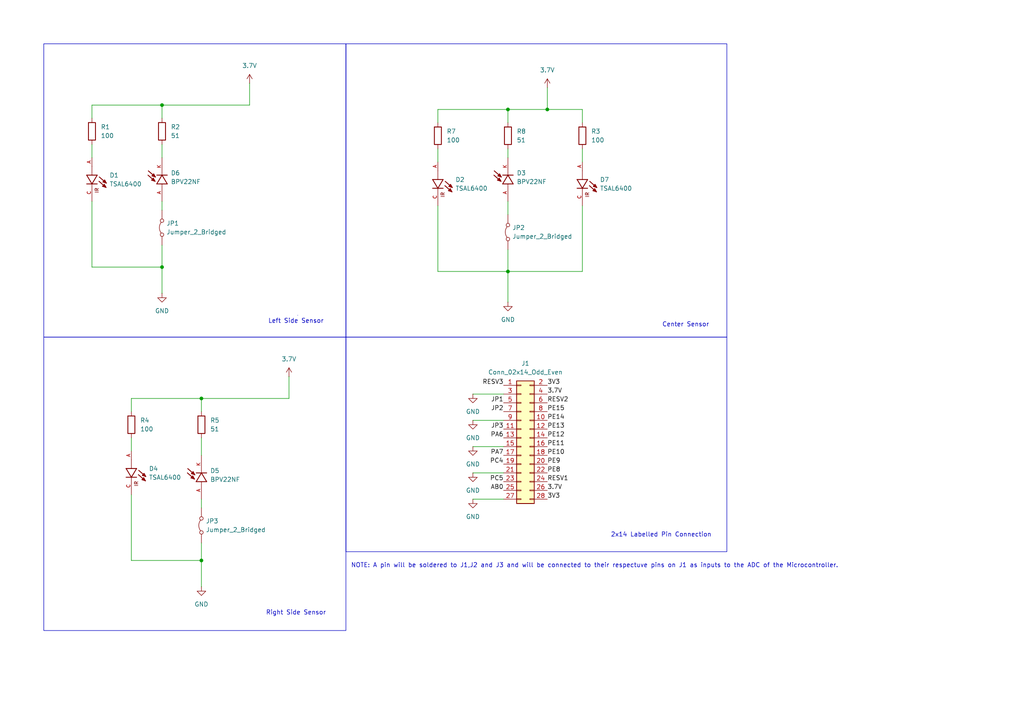
<source format=kicad_sch>
(kicad_sch
	(version 20231120)
	(generator "eeschema")
	(generator_version "8.0")
	(uuid "3fbd1c40-2160-42bd-8b0b-53f4ce00a098")
	(paper "A4")
	(title_block
		(title "MDLYAH001 - Sensing Subsystem")
		(rev "1")
		(company "UCT")
		(comment 1 "3088 - Project")
	)
	(lib_symbols
		(symbol "BPV22NF:BPV22NF"
			(pin_names
				(offset 1.016)
			)
			(exclude_from_sim no)
			(in_bom yes)
			(on_board yes)
			(property "Reference" "D"
				(at -0.5588 4.4958 0)
				(effects
					(font
						(size 1.27 1.27)
					)
					(justify left bottom)
				)
			)
			(property "Value" "BPV22NF"
				(at -1.016 -3.302 0)
				(effects
					(font
						(size 1.27 1.27)
					)
					(justify left bottom)
				)
			)
			(property "Footprint" "BPV22NF:XDCR_BPV22NF"
				(at 0 0 0)
				(effects
					(font
						(size 1.27 1.27)
					)
					(justify bottom)
					(hide yes)
				)
			)
			(property "Datasheet" ""
				(at 0 0 0)
				(effects
					(font
						(size 1.27 1.27)
					)
					(hide yes)
				)
			)
			(property "Description" ""
				(at 0 0 0)
				(effects
					(font
						(size 1.27 1.27)
					)
					(hide yes)
				)
			)
			(property "MF" "Vishay Semiconductor"
				(at 0 0 0)
				(effects
					(font
						(size 1.27 1.27)
					)
					(justify bottom)
					(hide yes)
				)
			)
			(property "MAXIMUM_PACKAGE_HEIGHT" "8.90mm"
				(at 0 0 0)
				(effects
					(font
						(size 1.27 1.27)
					)
					(justify bottom)
					(hide yes)
				)
			)
			(property "Package" "Radial Vishay"
				(at 0 0 0)
				(effects
					(font
						(size 1.27 1.27)
					)
					(justify bottom)
					(hide yes)
				)
			)
			(property "Price" "None"
				(at 0 0 0)
				(effects
					(font
						(size 1.27 1.27)
					)
					(justify bottom)
					(hide yes)
				)
			)
			(property "Check_prices" "https://www.snapeda.com/parts/BPV22NF/Vishay+Semiconductor+Opto+Division/view-part/?ref=eda"
				(at 0 0 0)
				(effects
					(font
						(size 1.27 1.27)
					)
					(justify bottom)
					(hide yes)
				)
			)
			(property "STANDARD" "Manufacturer Recommendations"
				(at 0 0 0)
				(effects
					(font
						(size 1.27 1.27)
					)
					(justify bottom)
					(hide yes)
				)
			)
			(property "PARTREV" "1.9"
				(at 0 0 0)
				(effects
					(font
						(size 1.27 1.27)
					)
					(justify bottom)
					(hide yes)
				)
			)
			(property "SnapEDA_Link" "https://www.snapeda.com/parts/BPV22NF/Vishay+Semiconductor+Opto+Division/view-part/?ref=snap"
				(at 0 0 0)
				(effects
					(font
						(size 1.27 1.27)
					)
					(justify bottom)
					(hide yes)
				)
			)
			(property "MP" "BPV22NF"
				(at 0 0 0)
				(effects
					(font
						(size 1.27 1.27)
					)
					(justify bottom)
					(hide yes)
				)
			)
			(property "Description_1" "\nPhotodiode 940nm - 120° Radial, Side View\n"
				(at 0 0 0)
				(effects
					(font
						(size 1.27 1.27)
					)
					(justify bottom)
					(hide yes)
				)
			)
			(property "Availability" "In Stock"
				(at 0 0 0)
				(effects
					(font
						(size 1.27 1.27)
					)
					(justify bottom)
					(hide yes)
				)
			)
			(property "MANUFACTURER" "Vishay"
				(at 0 0 0)
				(effects
					(font
						(size 1.27 1.27)
					)
					(justify bottom)
					(hide yes)
				)
			)
			(symbol "BPV22NF_0_0"
				(polyline
					(pts
						(xy 0 -1.524) (xy 2.54 0)
					)
					(stroke
						(width 0.254)
						(type default)
					)
					(fill
						(type none)
					)
				)
				(polyline
					(pts
						(xy 0 1.524) (xy 0 -1.524)
					)
					(stroke
						(width 0.254)
						(type default)
					)
					(fill
						(type none)
					)
				)
				(polyline
					(pts
						(xy 0.762 2.032) (xy 1.0922 2.9972)
					)
					(stroke
						(width 0.254)
						(type default)
					)
					(fill
						(type none)
					)
				)
				(polyline
					(pts
						(xy 0.762 2.032) (xy 2.54 4.064)
					)
					(stroke
						(width 0.254)
						(type default)
					)
					(fill
						(type none)
					)
				)
				(polyline
					(pts
						(xy 1.0668 2.2606) (xy 1.1938 2.2606)
					)
					(stroke
						(width 0.254)
						(type default)
					)
					(fill
						(type none)
					)
				)
				(polyline
					(pts
						(xy 1.0922 2.9972) (xy 1.0668 2.2606)
					)
					(stroke
						(width 0.254)
						(type default)
					)
					(fill
						(type none)
					)
				)
				(polyline
					(pts
						(xy 1.0922 2.9972) (xy 1.651 2.5146)
					)
					(stroke
						(width 0.254)
						(type default)
					)
					(fill
						(type none)
					)
				)
				(polyline
					(pts
						(xy 1.4732 2.5908) (xy 1.2446 2.4384)
					)
					(stroke
						(width 0.254)
						(type default)
					)
					(fill
						(type none)
					)
				)
				(polyline
					(pts
						(xy 1.651 2.5146) (xy 0.762 2.032)
					)
					(stroke
						(width 0.254)
						(type default)
					)
					(fill
						(type none)
					)
				)
				(polyline
					(pts
						(xy 2.0066 1.9304) (xy 2.3368 2.8956)
					)
					(stroke
						(width 0.254)
						(type default)
					)
					(fill
						(type none)
					)
				)
				(polyline
					(pts
						(xy 2.0066 1.9304) (xy 3.7846 3.9624)
					)
					(stroke
						(width 0.254)
						(type default)
					)
					(fill
						(type none)
					)
				)
				(polyline
					(pts
						(xy 2.3114 2.159) (xy 2.4384 2.159)
					)
					(stroke
						(width 0.254)
						(type default)
					)
					(fill
						(type none)
					)
				)
				(polyline
					(pts
						(xy 2.3368 2.8956) (xy 2.3114 2.159)
					)
					(stroke
						(width 0.254)
						(type default)
					)
					(fill
						(type none)
					)
				)
				(polyline
					(pts
						(xy 2.3368 2.8956) (xy 2.8956 2.413)
					)
					(stroke
						(width 0.254)
						(type default)
					)
					(fill
						(type none)
					)
				)
				(polyline
					(pts
						(xy 2.54 0) (xy 0 1.524)
					)
					(stroke
						(width 0.254)
						(type default)
					)
					(fill
						(type none)
					)
				)
				(polyline
					(pts
						(xy 2.54 1.524) (xy 2.54 -1.524)
					)
					(stroke
						(width 0.254)
						(type default)
					)
					(fill
						(type none)
					)
				)
				(polyline
					(pts
						(xy 2.7178 2.4892) (xy 2.4892 2.3368)
					)
					(stroke
						(width 0.254)
						(type default)
					)
					(fill
						(type none)
					)
				)
				(polyline
					(pts
						(xy 2.8956 2.413) (xy 2.0066 1.9304)
					)
					(stroke
						(width 0.254)
						(type default)
					)
					(fill
						(type none)
					)
				)
				(pin passive line
					(at -5.08 0 0)
					(length 5.08)
					(name "~"
						(effects
							(font
								(size 1.016 1.016)
							)
						)
					)
					(number "A"
						(effects
							(font
								(size 1.016 1.016)
							)
						)
					)
				)
				(pin passive line
					(at 7.62 0 180)
					(length 5.08)
					(name "~"
						(effects
							(font
								(size 1.016 1.016)
							)
						)
					)
					(number "K"
						(effects
							(font
								(size 1.016 1.016)
							)
						)
					)
				)
			)
		)
		(symbol "Connector_Generic:Conn_02x14_Odd_Even"
			(pin_names
				(offset 1.016) hide)
			(exclude_from_sim no)
			(in_bom yes)
			(on_board yes)
			(property "Reference" "J"
				(at 1.27 17.78 0)
				(effects
					(font
						(size 1.27 1.27)
					)
				)
			)
			(property "Value" "Conn_02x14_Odd_Even"
				(at 1.27 -20.32 0)
				(effects
					(font
						(size 1.27 1.27)
					)
				)
			)
			(property "Footprint" ""
				(at 0 0 0)
				(effects
					(font
						(size 1.27 1.27)
					)
					(hide yes)
				)
			)
			(property "Datasheet" "~"
				(at 0 0 0)
				(effects
					(font
						(size 1.27 1.27)
					)
					(hide yes)
				)
			)
			(property "Description" "Generic connector, double row, 02x14, odd/even pin numbering scheme (row 1 odd numbers, row 2 even numbers), script generated (kicad-library-utils/schlib/autogen/connector/)"
				(at 0 0 0)
				(effects
					(font
						(size 1.27 1.27)
					)
					(hide yes)
				)
			)
			(property "ki_keywords" "connector"
				(at 0 0 0)
				(effects
					(font
						(size 1.27 1.27)
					)
					(hide yes)
				)
			)
			(property "ki_fp_filters" "Connector*:*_2x??_*"
				(at 0 0 0)
				(effects
					(font
						(size 1.27 1.27)
					)
					(hide yes)
				)
			)
			(symbol "Conn_02x14_Odd_Even_1_1"
				(rectangle
					(start -1.27 -17.653)
					(end 0 -17.907)
					(stroke
						(width 0.1524)
						(type default)
					)
					(fill
						(type none)
					)
				)
				(rectangle
					(start -1.27 -15.113)
					(end 0 -15.367)
					(stroke
						(width 0.1524)
						(type default)
					)
					(fill
						(type none)
					)
				)
				(rectangle
					(start -1.27 -12.573)
					(end 0 -12.827)
					(stroke
						(width 0.1524)
						(type default)
					)
					(fill
						(type none)
					)
				)
				(rectangle
					(start -1.27 -10.033)
					(end 0 -10.287)
					(stroke
						(width 0.1524)
						(type default)
					)
					(fill
						(type none)
					)
				)
				(rectangle
					(start -1.27 -7.493)
					(end 0 -7.747)
					(stroke
						(width 0.1524)
						(type default)
					)
					(fill
						(type none)
					)
				)
				(rectangle
					(start -1.27 -4.953)
					(end 0 -5.207)
					(stroke
						(width 0.1524)
						(type default)
					)
					(fill
						(type none)
					)
				)
				(rectangle
					(start -1.27 -2.413)
					(end 0 -2.667)
					(stroke
						(width 0.1524)
						(type default)
					)
					(fill
						(type none)
					)
				)
				(rectangle
					(start -1.27 0.127)
					(end 0 -0.127)
					(stroke
						(width 0.1524)
						(type default)
					)
					(fill
						(type none)
					)
				)
				(rectangle
					(start -1.27 2.667)
					(end 0 2.413)
					(stroke
						(width 0.1524)
						(type default)
					)
					(fill
						(type none)
					)
				)
				(rectangle
					(start -1.27 5.207)
					(end 0 4.953)
					(stroke
						(width 0.1524)
						(type default)
					)
					(fill
						(type none)
					)
				)
				(rectangle
					(start -1.27 7.747)
					(end 0 7.493)
					(stroke
						(width 0.1524)
						(type default)
					)
					(fill
						(type none)
					)
				)
				(rectangle
					(start -1.27 10.287)
					(end 0 10.033)
					(stroke
						(width 0.1524)
						(type default)
					)
					(fill
						(type none)
					)
				)
				(rectangle
					(start -1.27 12.827)
					(end 0 12.573)
					(stroke
						(width 0.1524)
						(type default)
					)
					(fill
						(type none)
					)
				)
				(rectangle
					(start -1.27 15.367)
					(end 0 15.113)
					(stroke
						(width 0.1524)
						(type default)
					)
					(fill
						(type none)
					)
				)
				(rectangle
					(start -1.27 16.51)
					(end 3.81 -19.05)
					(stroke
						(width 0.254)
						(type default)
					)
					(fill
						(type background)
					)
				)
				(rectangle
					(start 3.81 -17.653)
					(end 2.54 -17.907)
					(stroke
						(width 0.1524)
						(type default)
					)
					(fill
						(type none)
					)
				)
				(rectangle
					(start 3.81 -15.113)
					(end 2.54 -15.367)
					(stroke
						(width 0.1524)
						(type default)
					)
					(fill
						(type none)
					)
				)
				(rectangle
					(start 3.81 -12.573)
					(end 2.54 -12.827)
					(stroke
						(width 0.1524)
						(type default)
					)
					(fill
						(type none)
					)
				)
				(rectangle
					(start 3.81 -10.033)
					(end 2.54 -10.287)
					(stroke
						(width 0.1524)
						(type default)
					)
					(fill
						(type none)
					)
				)
				(rectangle
					(start 3.81 -7.493)
					(end 2.54 -7.747)
					(stroke
						(width 0.1524)
						(type default)
					)
					(fill
						(type none)
					)
				)
				(rectangle
					(start 3.81 -4.953)
					(end 2.54 -5.207)
					(stroke
						(width 0.1524)
						(type default)
					)
					(fill
						(type none)
					)
				)
				(rectangle
					(start 3.81 -2.413)
					(end 2.54 -2.667)
					(stroke
						(width 0.1524)
						(type default)
					)
					(fill
						(type none)
					)
				)
				(rectangle
					(start 3.81 0.127)
					(end 2.54 -0.127)
					(stroke
						(width 0.1524)
						(type default)
					)
					(fill
						(type none)
					)
				)
				(rectangle
					(start 3.81 2.667)
					(end 2.54 2.413)
					(stroke
						(width 0.1524)
						(type default)
					)
					(fill
						(type none)
					)
				)
				(rectangle
					(start 3.81 5.207)
					(end 2.54 4.953)
					(stroke
						(width 0.1524)
						(type default)
					)
					(fill
						(type none)
					)
				)
				(rectangle
					(start 3.81 7.747)
					(end 2.54 7.493)
					(stroke
						(width 0.1524)
						(type default)
					)
					(fill
						(type none)
					)
				)
				(rectangle
					(start 3.81 10.287)
					(end 2.54 10.033)
					(stroke
						(width 0.1524)
						(type default)
					)
					(fill
						(type none)
					)
				)
				(rectangle
					(start 3.81 12.827)
					(end 2.54 12.573)
					(stroke
						(width 0.1524)
						(type default)
					)
					(fill
						(type none)
					)
				)
				(rectangle
					(start 3.81 15.367)
					(end 2.54 15.113)
					(stroke
						(width 0.1524)
						(type default)
					)
					(fill
						(type none)
					)
				)
				(pin passive line
					(at -5.08 15.24 0)
					(length 3.81)
					(name "Pin_1"
						(effects
							(font
								(size 1.27 1.27)
							)
						)
					)
					(number "1"
						(effects
							(font
								(size 1.27 1.27)
							)
						)
					)
				)
				(pin passive line
					(at 7.62 5.08 180)
					(length 3.81)
					(name "Pin_10"
						(effects
							(font
								(size 1.27 1.27)
							)
						)
					)
					(number "10"
						(effects
							(font
								(size 1.27 1.27)
							)
						)
					)
				)
				(pin passive line
					(at -5.08 2.54 0)
					(length 3.81)
					(name "Pin_11"
						(effects
							(font
								(size 1.27 1.27)
							)
						)
					)
					(number "11"
						(effects
							(font
								(size 1.27 1.27)
							)
						)
					)
				)
				(pin passive line
					(at 7.62 2.54 180)
					(length 3.81)
					(name "Pin_12"
						(effects
							(font
								(size 1.27 1.27)
							)
						)
					)
					(number "12"
						(effects
							(font
								(size 1.27 1.27)
							)
						)
					)
				)
				(pin passive line
					(at -5.08 0 0)
					(length 3.81)
					(name "Pin_13"
						(effects
							(font
								(size 1.27 1.27)
							)
						)
					)
					(number "13"
						(effects
							(font
								(size 1.27 1.27)
							)
						)
					)
				)
				(pin passive line
					(at 7.62 0 180)
					(length 3.81)
					(name "Pin_14"
						(effects
							(font
								(size 1.27 1.27)
							)
						)
					)
					(number "14"
						(effects
							(font
								(size 1.27 1.27)
							)
						)
					)
				)
				(pin passive line
					(at -5.08 -2.54 0)
					(length 3.81)
					(name "Pin_15"
						(effects
							(font
								(size 1.27 1.27)
							)
						)
					)
					(number "15"
						(effects
							(font
								(size 1.27 1.27)
							)
						)
					)
				)
				(pin passive line
					(at 7.62 -2.54 180)
					(length 3.81)
					(name "Pin_16"
						(effects
							(font
								(size 1.27 1.27)
							)
						)
					)
					(number "16"
						(effects
							(font
								(size 1.27 1.27)
							)
						)
					)
				)
				(pin passive line
					(at -5.08 -5.08 0)
					(length 3.81)
					(name "Pin_17"
						(effects
							(font
								(size 1.27 1.27)
							)
						)
					)
					(number "17"
						(effects
							(font
								(size 1.27 1.27)
							)
						)
					)
				)
				(pin passive line
					(at 7.62 -5.08 180)
					(length 3.81)
					(name "Pin_18"
						(effects
							(font
								(size 1.27 1.27)
							)
						)
					)
					(number "18"
						(effects
							(font
								(size 1.27 1.27)
							)
						)
					)
				)
				(pin passive line
					(at -5.08 -7.62 0)
					(length 3.81)
					(name "Pin_19"
						(effects
							(font
								(size 1.27 1.27)
							)
						)
					)
					(number "19"
						(effects
							(font
								(size 1.27 1.27)
							)
						)
					)
				)
				(pin passive line
					(at 7.62 15.24 180)
					(length 3.81)
					(name "Pin_2"
						(effects
							(font
								(size 1.27 1.27)
							)
						)
					)
					(number "2"
						(effects
							(font
								(size 1.27 1.27)
							)
						)
					)
				)
				(pin passive line
					(at 7.62 -7.62 180)
					(length 3.81)
					(name "Pin_20"
						(effects
							(font
								(size 1.27 1.27)
							)
						)
					)
					(number "20"
						(effects
							(font
								(size 1.27 1.27)
							)
						)
					)
				)
				(pin passive line
					(at -5.08 -10.16 0)
					(length 3.81)
					(name "Pin_21"
						(effects
							(font
								(size 1.27 1.27)
							)
						)
					)
					(number "21"
						(effects
							(font
								(size 1.27 1.27)
							)
						)
					)
				)
				(pin passive line
					(at 7.62 -10.16 180)
					(length 3.81)
					(name "Pin_22"
						(effects
							(font
								(size 1.27 1.27)
							)
						)
					)
					(number "22"
						(effects
							(font
								(size 1.27 1.27)
							)
						)
					)
				)
				(pin passive line
					(at -5.08 -12.7 0)
					(length 3.81)
					(name "Pin_23"
						(effects
							(font
								(size 1.27 1.27)
							)
						)
					)
					(number "23"
						(effects
							(font
								(size 1.27 1.27)
							)
						)
					)
				)
				(pin passive line
					(at 7.62 -12.7 180)
					(length 3.81)
					(name "Pin_24"
						(effects
							(font
								(size 1.27 1.27)
							)
						)
					)
					(number "24"
						(effects
							(font
								(size 1.27 1.27)
							)
						)
					)
				)
				(pin passive line
					(at -5.08 -15.24 0)
					(length 3.81)
					(name "Pin_25"
						(effects
							(font
								(size 1.27 1.27)
							)
						)
					)
					(number "25"
						(effects
							(font
								(size 1.27 1.27)
							)
						)
					)
				)
				(pin passive line
					(at 7.62 -15.24 180)
					(length 3.81)
					(name "Pin_26"
						(effects
							(font
								(size 1.27 1.27)
							)
						)
					)
					(number "26"
						(effects
							(font
								(size 1.27 1.27)
							)
						)
					)
				)
				(pin passive line
					(at -5.08 -17.78 0)
					(length 3.81)
					(name "Pin_27"
						(effects
							(font
								(size 1.27 1.27)
							)
						)
					)
					(number "27"
						(effects
							(font
								(size 1.27 1.27)
							)
						)
					)
				)
				(pin passive line
					(at 7.62 -17.78 180)
					(length 3.81)
					(name "Pin_28"
						(effects
							(font
								(size 1.27 1.27)
							)
						)
					)
					(number "28"
						(effects
							(font
								(size 1.27 1.27)
							)
						)
					)
				)
				(pin passive line
					(at -5.08 12.7 0)
					(length 3.81)
					(name "Pin_3"
						(effects
							(font
								(size 1.27 1.27)
							)
						)
					)
					(number "3"
						(effects
							(font
								(size 1.27 1.27)
							)
						)
					)
				)
				(pin passive line
					(at 7.62 12.7 180)
					(length 3.81)
					(name "Pin_4"
						(effects
							(font
								(size 1.27 1.27)
							)
						)
					)
					(number "4"
						(effects
							(font
								(size 1.27 1.27)
							)
						)
					)
				)
				(pin passive line
					(at -5.08 10.16 0)
					(length 3.81)
					(name "Pin_5"
						(effects
							(font
								(size 1.27 1.27)
							)
						)
					)
					(number "5"
						(effects
							(font
								(size 1.27 1.27)
							)
						)
					)
				)
				(pin passive line
					(at 7.62 10.16 180)
					(length 3.81)
					(name "Pin_6"
						(effects
							(font
								(size 1.27 1.27)
							)
						)
					)
					(number "6"
						(effects
							(font
								(size 1.27 1.27)
							)
						)
					)
				)
				(pin passive line
					(at -5.08 7.62 0)
					(length 3.81)
					(name "Pin_7"
						(effects
							(font
								(size 1.27 1.27)
							)
						)
					)
					(number "7"
						(effects
							(font
								(size 1.27 1.27)
							)
						)
					)
				)
				(pin passive line
					(at 7.62 7.62 180)
					(length 3.81)
					(name "Pin_8"
						(effects
							(font
								(size 1.27 1.27)
							)
						)
					)
					(number "8"
						(effects
							(font
								(size 1.27 1.27)
							)
						)
					)
				)
				(pin passive line
					(at -5.08 5.08 0)
					(length 3.81)
					(name "Pin_9"
						(effects
							(font
								(size 1.27 1.27)
							)
						)
					)
					(number "9"
						(effects
							(font
								(size 1.27 1.27)
							)
						)
					)
				)
			)
		)
		(symbol "Device:R"
			(pin_numbers hide)
			(pin_names
				(offset 0)
			)
			(exclude_from_sim no)
			(in_bom yes)
			(on_board yes)
			(property "Reference" "R"
				(at 2.032 0 90)
				(effects
					(font
						(size 1.27 1.27)
					)
				)
			)
			(property "Value" "R"
				(at 0 0 90)
				(effects
					(font
						(size 1.27 1.27)
					)
				)
			)
			(property "Footprint" ""
				(at -1.778 0 90)
				(effects
					(font
						(size 1.27 1.27)
					)
					(hide yes)
				)
			)
			(property "Datasheet" "~"
				(at 0 0 0)
				(effects
					(font
						(size 1.27 1.27)
					)
					(hide yes)
				)
			)
			(property "Description" "Resistor"
				(at 0 0 0)
				(effects
					(font
						(size 1.27 1.27)
					)
					(hide yes)
				)
			)
			(property "ki_keywords" "R res resistor"
				(at 0 0 0)
				(effects
					(font
						(size 1.27 1.27)
					)
					(hide yes)
				)
			)
			(property "ki_fp_filters" "R_*"
				(at 0 0 0)
				(effects
					(font
						(size 1.27 1.27)
					)
					(hide yes)
				)
			)
			(symbol "R_0_1"
				(rectangle
					(start -1.016 -2.54)
					(end 1.016 2.54)
					(stroke
						(width 0.254)
						(type default)
					)
					(fill
						(type none)
					)
				)
			)
			(symbol "R_1_1"
				(pin passive line
					(at 0 3.81 270)
					(length 1.27)
					(name "~"
						(effects
							(font
								(size 1.27 1.27)
							)
						)
					)
					(number "1"
						(effects
							(font
								(size 1.27 1.27)
							)
						)
					)
				)
				(pin passive line
					(at 0 -3.81 90)
					(length 1.27)
					(name "~"
						(effects
							(font
								(size 1.27 1.27)
							)
						)
					)
					(number "2"
						(effects
							(font
								(size 1.27 1.27)
							)
						)
					)
				)
			)
		)
		(symbol "Jumper:Jumper_2_Bridged"
			(pin_numbers hide)
			(pin_names
				(offset 0) hide)
			(exclude_from_sim yes)
			(in_bom yes)
			(on_board yes)
			(property "Reference" "JP"
				(at 0 1.905 0)
				(effects
					(font
						(size 1.27 1.27)
					)
				)
			)
			(property "Value" "Jumper_2_Bridged"
				(at 0 -2.54 0)
				(effects
					(font
						(size 1.27 1.27)
					)
				)
			)
			(property "Footprint" ""
				(at 0 0 0)
				(effects
					(font
						(size 1.27 1.27)
					)
					(hide yes)
				)
			)
			(property "Datasheet" "~"
				(at 0 0 0)
				(effects
					(font
						(size 1.27 1.27)
					)
					(hide yes)
				)
			)
			(property "Description" "Jumper, 2-pole, closed/bridged"
				(at 0 0 0)
				(effects
					(font
						(size 1.27 1.27)
					)
					(hide yes)
				)
			)
			(property "ki_keywords" "Jumper SPST"
				(at 0 0 0)
				(effects
					(font
						(size 1.27 1.27)
					)
					(hide yes)
				)
			)
			(property "ki_fp_filters" "Jumper* TestPoint*2Pads* TestPoint*Bridge*"
				(at 0 0 0)
				(effects
					(font
						(size 1.27 1.27)
					)
					(hide yes)
				)
			)
			(symbol "Jumper_2_Bridged_0_0"
				(circle
					(center -2.032 0)
					(radius 0.508)
					(stroke
						(width 0)
						(type default)
					)
					(fill
						(type none)
					)
				)
				(circle
					(center 2.032 0)
					(radius 0.508)
					(stroke
						(width 0)
						(type default)
					)
					(fill
						(type none)
					)
				)
			)
			(symbol "Jumper_2_Bridged_0_1"
				(arc
					(start 1.524 0.254)
					(mid 0 0.762)
					(end -1.524 0.254)
					(stroke
						(width 0)
						(type default)
					)
					(fill
						(type none)
					)
				)
			)
			(symbol "Jumper_2_Bridged_1_1"
				(pin passive line
					(at -5.08 0 0)
					(length 2.54)
					(name "A"
						(effects
							(font
								(size 1.27 1.27)
							)
						)
					)
					(number "1"
						(effects
							(font
								(size 1.27 1.27)
							)
						)
					)
				)
				(pin passive line
					(at 5.08 0 180)
					(length 2.54)
					(name "B"
						(effects
							(font
								(size 1.27 1.27)
							)
						)
					)
					(number "2"
						(effects
							(font
								(size 1.27 1.27)
							)
						)
					)
				)
			)
		)
		(symbol "TSAL6400:TSAL6400"
			(pin_names
				(offset 1.016)
			)
			(exclude_from_sim no)
			(in_bom yes)
			(on_board yes)
			(property "Reference" "D"
				(at -3.556 4.826 0)
				(effects
					(font
						(size 1.27 1.27)
					)
					(justify left bottom)
				)
			)
			(property "Value" "TSAL6400"
				(at -3.556 -3.302 0)
				(effects
					(font
						(size 1.27 1.27)
					)
					(justify left bottom)
				)
			)
			(property "Footprint" "TSAL6400:LEDRD254W55D595H900"
				(at 0 0 0)
				(effects
					(font
						(size 1.27 1.27)
					)
					(justify bottom)
					(hide yes)
				)
			)
			(property "Datasheet" ""
				(at 0 0 0)
				(effects
					(font
						(size 1.27 1.27)
					)
					(hide yes)
				)
			)
			(property "Description" ""
				(at 0 0 0)
				(effects
					(font
						(size 1.27 1.27)
					)
					(hide yes)
				)
			)
			(property "SnapEDA_Link" "https://www.snapeda.com/parts/TSAL6400/Vishay+Semiconductor+Opto+Division/view-part/?ref=snap"
				(at 0 0 0)
				(effects
					(font
						(size 1.27 1.27)
					)
					(justify bottom)
					(hide yes)
				)
			)
			(property "MF" "Vishay Semiconductor"
				(at 0 0 0)
				(effects
					(font
						(size 1.27 1.27)
					)
					(justify bottom)
					(hide yes)
				)
			)
			(property "Description_1" "\nInfrared (IR) Emitter 940nm 1.35V 100mA 25mW/sr @ 100mA 50° Radial, 5mm Dia (T 1 3/4)\n"
				(at 0 0 0)
				(effects
					(font
						(size 1.27 1.27)
					)
					(justify bottom)
					(hide yes)
				)
			)
			(property "Package" "Radial Vishay Semiconductor"
				(at 0 0 0)
				(effects
					(font
						(size 1.27 1.27)
					)
					(justify bottom)
					(hide yes)
				)
			)
			(property "Check_prices" "https://www.snapeda.com/parts/TSAL6400/Vishay+Semiconductor+Opto+Division/view-part/?ref=eda"
				(at 0 0 0)
				(effects
					(font
						(size 1.27 1.27)
					)
					(justify bottom)
					(hide yes)
				)
			)
			(property "RS_Components_8187672P_Purchase_URL" "https://www.snapeda.com/api/url_track_click/https%253A//uk.rs-online.com/web/p/ir-leds/8187672p//%253Futm_campaign%253Dbuynow%2526utm_medium%253Daggregator%2526utm_source%253Dsnapeda%2526cm_mmc%253Daff-_-uk-_-snapeda-_-8187672P/?unipart_id=239234&manufacturer=Vishay Semiconductor&part_name=TSAL6400&search_term=tsal6400"
				(at 0 0 0)
				(effects
					(font
						(size 1.27 1.27)
					)
					(justify bottom)
					(hide yes)
				)
			)
			(property "STANDARD" "IPC-7351B"
				(at 0 0 0)
				(effects
					(font
						(size 1.27 1.27)
					)
					(justify bottom)
					(hide yes)
				)
			)
			(property "PARTREV" "2.0"
				(at 0 0 0)
				(effects
					(font
						(size 1.27 1.27)
					)
					(justify bottom)
					(hide yes)
				)
			)
			(property "RS_Components_1596601_Purchase_URL" "https://www.snapeda.com/api/url_track_click/https%253A//uk.rs-online.com/web/p/ir-leds/1596601//%253Futm_campaign%253Dbuynow%2526utm_medium%253Daggregator%2526utm_source%253Dsnapeda%2526cm_mmc%253Daff-_-uk-_-snapeda-_-1596601/?unipart_id=239234&manufacturer=Vishay Semiconductor&part_name=TSAL6400&search_term=tsal6400"
				(at 0 0 0)
				(effects
					(font
						(size 1.27 1.27)
					)
					(justify bottom)
					(hide yes)
				)
			)
			(property "MP" "TSAL6400"
				(at 0 0 0)
				(effects
					(font
						(size 1.27 1.27)
					)
					(justify bottom)
					(hide yes)
				)
			)
			(property "RS_Components_8187672_Purchase_URL" "https://www.snapeda.com/api/url_track_click/https%253A//uk.rs-online.com/web/p/ir-leds/8187672//%253Futm_campaign%253Dbuynow%2526utm_medium%253Daggregator%2526utm_source%253Dsnapeda%2526cm_mmc%253Daff-_-uk-_-snapeda-_-8187672/?unipart_id=239234&manufacturer=Vishay Semiconductor&part_name=TSAL6400&search_term=tsal6400"
				(at 0 0 0)
				(effects
					(font
						(size 1.27 1.27)
					)
					(justify bottom)
					(hide yes)
				)
			)
			(property "MANUFACTURER" "Vishay"
				(at 0 0 0)
				(effects
					(font
						(size 1.27 1.27)
					)
					(justify bottom)
					(hide yes)
				)
			)
			(symbol "TSAL6400_0_0"
				(polyline
					(pts
						(xy -2.54 -1.524) (xy 0 0)
					)
					(stroke
						(width 0.254)
						(type default)
					)
					(fill
						(type none)
					)
				)
				(polyline
					(pts
						(xy -2.54 0) (xy -5.08 0)
					)
					(stroke
						(width 0.1524)
						(type default)
					)
					(fill
						(type none)
					)
				)
				(polyline
					(pts
						(xy -2.54 0) (xy -2.54 -1.524)
					)
					(stroke
						(width 0.254)
						(type default)
					)
					(fill
						(type none)
					)
				)
				(polyline
					(pts
						(xy -2.54 1.524) (xy -2.54 0)
					)
					(stroke
						(width 0.254)
						(type default)
					)
					(fill
						(type none)
					)
				)
				(polyline
					(pts
						(xy -1.1176 3.683) (xy -0.2286 4.1656)
					)
					(stroke
						(width 0.254)
						(type default)
					)
					(fill
						(type none)
					)
				)
				(polyline
					(pts
						(xy -0.9398 3.6068) (xy -0.7112 3.7592)
					)
					(stroke
						(width 0.254)
						(type default)
					)
					(fill
						(type none)
					)
				)
				(polyline
					(pts
						(xy -0.5588 3.2004) (xy -1.1176 3.683)
					)
					(stroke
						(width 0.254)
						(type default)
					)
					(fill
						(type none)
					)
				)
				(polyline
					(pts
						(xy -0.5588 3.2004) (xy -0.5334 3.937)
					)
					(stroke
						(width 0.254)
						(type default)
					)
					(fill
						(type none)
					)
				)
				(polyline
					(pts
						(xy -0.5334 3.937) (xy -0.6604 3.937)
					)
					(stroke
						(width 0.254)
						(type default)
					)
					(fill
						(type none)
					)
				)
				(polyline
					(pts
						(xy -0.2286 4.1656) (xy -2.0066 2.1336)
					)
					(stroke
						(width 0.254)
						(type default)
					)
					(fill
						(type none)
					)
				)
				(polyline
					(pts
						(xy -0.2286 4.1656) (xy -0.5588 3.2004)
					)
					(stroke
						(width 0.254)
						(type default)
					)
					(fill
						(type none)
					)
				)
				(polyline
					(pts
						(xy 0 0) (xy -2.54 1.524)
					)
					(stroke
						(width 0.254)
						(type default)
					)
					(fill
						(type none)
					)
				)
				(polyline
					(pts
						(xy 0 1.524) (xy 0 -1.524)
					)
					(stroke
						(width 0.254)
						(type default)
					)
					(fill
						(type none)
					)
				)
				(polyline
					(pts
						(xy 0.127 3.5814) (xy 1.016 4.064)
					)
					(stroke
						(width 0.254)
						(type default)
					)
					(fill
						(type none)
					)
				)
				(polyline
					(pts
						(xy 0.3048 3.5052) (xy 0.5334 3.6576)
					)
					(stroke
						(width 0.254)
						(type default)
					)
					(fill
						(type none)
					)
				)
				(polyline
					(pts
						(xy 0.6858 3.0988) (xy 0.127 3.5814)
					)
					(stroke
						(width 0.254)
						(type default)
					)
					(fill
						(type none)
					)
				)
				(polyline
					(pts
						(xy 0.6858 3.0988) (xy 0.7112 3.8354)
					)
					(stroke
						(width 0.254)
						(type default)
					)
					(fill
						(type none)
					)
				)
				(polyline
					(pts
						(xy 0.7112 3.8354) (xy 0.5842 3.8354)
					)
					(stroke
						(width 0.254)
						(type default)
					)
					(fill
						(type none)
					)
				)
				(polyline
					(pts
						(xy 1.016 4.064) (xy -0.762 2.032)
					)
					(stroke
						(width 0.254)
						(type default)
					)
					(fill
						(type none)
					)
				)
				(polyline
					(pts
						(xy 1.016 4.064) (xy 0.6858 3.0988)
					)
					(stroke
						(width 0.254)
						(type default)
					)
					(fill
						(type none)
					)
				)
				(text "IR"
					(at 1.016 2.032 0)
					(effects
						(font
							(size 1.016 1.016)
						)
						(justify left bottom)
					)
				)
				(pin passive line
					(at -7.62 0 0)
					(length 2.54)
					(name "~"
						(effects
							(font
								(size 1.016 1.016)
							)
						)
					)
					(number "A"
						(effects
							(font
								(size 1.016 1.016)
							)
						)
					)
				)
				(pin passive line
					(at 5.08 0 180)
					(length 5.08)
					(name "~"
						(effects
							(font
								(size 1.016 1.016)
							)
						)
					)
					(number "C"
						(effects
							(font
								(size 1.016 1.016)
							)
						)
					)
				)
			)
		)
		(symbol "power:GND"
			(power)
			(pin_numbers hide)
			(pin_names
				(offset 0) hide)
			(exclude_from_sim no)
			(in_bom yes)
			(on_board yes)
			(property "Reference" "#PWR"
				(at 0 -6.35 0)
				(effects
					(font
						(size 1.27 1.27)
					)
					(hide yes)
				)
			)
			(property "Value" "GND"
				(at 0 -3.81 0)
				(effects
					(font
						(size 1.27 1.27)
					)
				)
			)
			(property "Footprint" ""
				(at 0 0 0)
				(effects
					(font
						(size 1.27 1.27)
					)
					(hide yes)
				)
			)
			(property "Datasheet" ""
				(at 0 0 0)
				(effects
					(font
						(size 1.27 1.27)
					)
					(hide yes)
				)
			)
			(property "Description" "Power symbol creates a global label with name \"GND\" , ground"
				(at 0 0 0)
				(effects
					(font
						(size 1.27 1.27)
					)
					(hide yes)
				)
			)
			(property "ki_keywords" "global power"
				(at 0 0 0)
				(effects
					(font
						(size 1.27 1.27)
					)
					(hide yes)
				)
			)
			(symbol "GND_0_1"
				(polyline
					(pts
						(xy 0 0) (xy 0 -1.27) (xy 1.27 -1.27) (xy 0 -2.54) (xy -1.27 -1.27) (xy 0 -1.27)
					)
					(stroke
						(width 0)
						(type default)
					)
					(fill
						(type none)
					)
				)
			)
			(symbol "GND_1_1"
				(pin power_in line
					(at 0 0 270)
					(length 0)
					(name "~"
						(effects
							(font
								(size 1.27 1.27)
							)
						)
					)
					(number "1"
						(effects
							(font
								(size 1.27 1.27)
							)
						)
					)
				)
			)
		)
		(symbol "power:VCC"
			(power)
			(pin_numbers hide)
			(pin_names
				(offset 0) hide)
			(exclude_from_sim no)
			(in_bom yes)
			(on_board yes)
			(property "Reference" "#PWR"
				(at 0 -3.81 0)
				(effects
					(font
						(size 1.27 1.27)
					)
					(hide yes)
				)
			)
			(property "Value" "VCC"
				(at 0 3.556 0)
				(effects
					(font
						(size 1.27 1.27)
					)
				)
			)
			(property "Footprint" ""
				(at 0 0 0)
				(effects
					(font
						(size 1.27 1.27)
					)
					(hide yes)
				)
			)
			(property "Datasheet" ""
				(at 0 0 0)
				(effects
					(font
						(size 1.27 1.27)
					)
					(hide yes)
				)
			)
			(property "Description" "Power symbol creates a global label with name \"VCC\""
				(at 0 0 0)
				(effects
					(font
						(size 1.27 1.27)
					)
					(hide yes)
				)
			)
			(property "ki_keywords" "global power"
				(at 0 0 0)
				(effects
					(font
						(size 1.27 1.27)
					)
					(hide yes)
				)
			)
			(symbol "VCC_0_1"
				(polyline
					(pts
						(xy -0.762 1.27) (xy 0 2.54)
					)
					(stroke
						(width 0)
						(type default)
					)
					(fill
						(type none)
					)
				)
				(polyline
					(pts
						(xy 0 0) (xy 0 2.54)
					)
					(stroke
						(width 0)
						(type default)
					)
					(fill
						(type none)
					)
				)
				(polyline
					(pts
						(xy 0 2.54) (xy 0.762 1.27)
					)
					(stroke
						(width 0)
						(type default)
					)
					(fill
						(type none)
					)
				)
			)
			(symbol "VCC_1_1"
				(pin power_in line
					(at 0 0 90)
					(length 0)
					(name "~"
						(effects
							(font
								(size 1.27 1.27)
							)
						)
					)
					(number "1"
						(effects
							(font
								(size 1.27 1.27)
							)
						)
					)
				)
			)
		)
	)
	(junction
		(at 147.32 31.75)
		(diameter 0)
		(color 0 0 0 0)
		(uuid "36c38085-6704-4ff6-9d50-e05670f27ff3")
	)
	(junction
		(at 147.32 78.74)
		(diameter 0)
		(color 0 0 0 0)
		(uuid "3e6ffc39-6f6e-463a-8d08-a893adeb83df")
	)
	(junction
		(at 46.99 77.47)
		(diameter 0)
		(color 0 0 0 0)
		(uuid "5c2bbde2-7e01-4853-abbd-a2fb5e463964")
	)
	(junction
		(at 46.99 30.48)
		(diameter 0)
		(color 0 0 0 0)
		(uuid "7363c018-398d-4b4b-8c93-330f2e676b11")
	)
	(junction
		(at 58.42 162.56)
		(diameter 0)
		(color 0 0 0 0)
		(uuid "87bada31-cc38-483b-b2f2-e0dea6e68a27")
	)
	(junction
		(at 158.75 31.75)
		(diameter 0)
		(color 0 0 0 0)
		(uuid "9f0203a5-ada8-4eb2-b7fd-01ec7aa1b7f4")
	)
	(junction
		(at 58.42 115.57)
		(diameter 0)
		(color 0 0 0 0)
		(uuid "b5c51037-e3d0-4a4c-abf8-236f7a9cce17")
	)
	(wire
		(pts
			(xy 46.99 77.47) (xy 46.99 85.09)
		)
		(stroke
			(width 0)
			(type default)
		)
		(uuid "0aa19872-01a4-4a26-991c-1ffc28962b74")
	)
	(wire
		(pts
			(xy 147.32 78.74) (xy 168.91 78.74)
		)
		(stroke
			(width 0)
			(type default)
		)
		(uuid "0b4e360b-eb14-467a-a594-3a80595a0739")
	)
	(wire
		(pts
			(xy 158.75 25.4) (xy 158.75 31.75)
		)
		(stroke
			(width 0)
			(type default)
		)
		(uuid "11871096-6c8f-4522-a9bd-b4ec9c15353f")
	)
	(wire
		(pts
			(xy 58.42 157.48) (xy 58.42 162.56)
		)
		(stroke
			(width 0)
			(type default)
		)
		(uuid "12ab6069-8a50-4993-acdd-3c9fb4349eb0")
	)
	(wire
		(pts
			(xy 38.1 143.51) (xy 38.1 162.56)
		)
		(stroke
			(width 0)
			(type default)
		)
		(uuid "1cc23b29-f368-4e02-be01-5391bef2e0cb")
	)
	(wire
		(pts
			(xy 38.1 127) (xy 38.1 130.81)
		)
		(stroke
			(width 0)
			(type default)
		)
		(uuid "27ef2fa0-8755-490e-b0d8-b21bcfa37fa9")
	)
	(wire
		(pts
			(xy 72.39 24.13) (xy 72.39 30.48)
		)
		(stroke
			(width 0)
			(type default)
		)
		(uuid "333a5800-4fb2-461c-85ea-348bba8c86e3")
	)
	(wire
		(pts
			(xy 127 43.18) (xy 127 46.99)
		)
		(stroke
			(width 0)
			(type default)
		)
		(uuid "33e00892-c40a-4e4a-9e31-480ae8f22622")
	)
	(wire
		(pts
			(xy 58.42 127) (xy 58.42 132.08)
		)
		(stroke
			(width 0)
			(type default)
		)
		(uuid "33fd3495-044f-484b-9197-aa4867118a2b")
	)
	(wire
		(pts
			(xy 38.1 162.56) (xy 58.42 162.56)
		)
		(stroke
			(width 0)
			(type default)
		)
		(uuid "342c3d99-69eb-460a-83f0-ee359e3bf8e8")
	)
	(wire
		(pts
			(xy 137.16 114.3) (xy 146.05 114.3)
		)
		(stroke
			(width 0)
			(type default)
		)
		(uuid "3fe63087-eaca-4ea8-9320-51a41f6eaded")
	)
	(wire
		(pts
			(xy 46.99 58.42) (xy 46.99 60.96)
		)
		(stroke
			(width 0)
			(type default)
		)
		(uuid "450fdb1f-0aa8-4a7f-a3fa-9575e563f800")
	)
	(wire
		(pts
			(xy 26.67 58.42) (xy 26.67 77.47)
		)
		(stroke
			(width 0)
			(type default)
		)
		(uuid "466db714-801a-4bfa-8863-430700ab18f6")
	)
	(wire
		(pts
			(xy 147.32 58.42) (xy 147.32 62.23)
		)
		(stroke
			(width 0)
			(type default)
		)
		(uuid "4e7b2afd-1d3f-49a8-9d04-0273e511360b")
	)
	(wire
		(pts
			(xy 26.67 77.47) (xy 46.99 77.47)
		)
		(stroke
			(width 0)
			(type default)
		)
		(uuid "4f9e4d27-0f9a-406a-a83b-f8ed4798450c")
	)
	(wire
		(pts
			(xy 46.99 41.91) (xy 46.99 45.72)
		)
		(stroke
			(width 0)
			(type default)
		)
		(uuid "59c4841c-65bc-4511-a361-dc8f51b9d6d9")
	)
	(wire
		(pts
			(xy 26.67 30.48) (xy 46.99 30.48)
		)
		(stroke
			(width 0)
			(type default)
		)
		(uuid "68b2fca5-2e6d-4a52-a693-a798af14269e")
	)
	(wire
		(pts
			(xy 137.16 137.16) (xy 146.05 137.16)
		)
		(stroke
			(width 0)
			(type default)
		)
		(uuid "6b7b9cb0-b599-45de-a52a-e6edad02ee97")
	)
	(wire
		(pts
			(xy 46.99 30.48) (xy 72.39 30.48)
		)
		(stroke
			(width 0)
			(type default)
		)
		(uuid "6fc05a2f-9b1f-42ad-b28f-4f78da616b08")
	)
	(wire
		(pts
			(xy 58.42 162.56) (xy 58.42 170.18)
		)
		(stroke
			(width 0)
			(type default)
		)
		(uuid "7459289a-30f6-4bee-b693-c59f73a05422")
	)
	(wire
		(pts
			(xy 137.16 129.54) (xy 146.05 129.54)
		)
		(stroke
			(width 0)
			(type default)
		)
		(uuid "83ced111-a89e-413b-9c58-4dc225f28f39")
	)
	(wire
		(pts
			(xy 127 35.56) (xy 127 31.75)
		)
		(stroke
			(width 0)
			(type default)
		)
		(uuid "856687ed-d158-4af2-b4c7-12520815a868")
	)
	(wire
		(pts
			(xy 127 59.69) (xy 127 78.74)
		)
		(stroke
			(width 0)
			(type default)
		)
		(uuid "89014f05-75f7-4ed6-ab79-ef38d1c25a8a")
	)
	(wire
		(pts
			(xy 137.16 144.78) (xy 146.05 144.78)
		)
		(stroke
			(width 0)
			(type default)
		)
		(uuid "890fada0-4693-4b78-aea7-2bc17eb62c18")
	)
	(wire
		(pts
			(xy 168.91 35.56) (xy 168.91 31.75)
		)
		(stroke
			(width 0)
			(type default)
		)
		(uuid "8b69b7d0-dd3f-4502-98a8-69114e4faee3")
	)
	(wire
		(pts
			(xy 147.32 31.75) (xy 147.32 35.56)
		)
		(stroke
			(width 0)
			(type default)
		)
		(uuid "958b92e4-18db-4d6a-8fcf-5d55634e217c")
	)
	(wire
		(pts
			(xy 127 31.75) (xy 147.32 31.75)
		)
		(stroke
			(width 0)
			(type default)
		)
		(uuid "9681f056-91c3-4880-bb7f-a27ea86406a9")
	)
	(wire
		(pts
			(xy 38.1 115.57) (xy 58.42 115.57)
		)
		(stroke
			(width 0)
			(type default)
		)
		(uuid "9c0bbe1b-fa12-4444-8bf8-c57ebd92be73")
	)
	(wire
		(pts
			(xy 46.99 30.48) (xy 46.99 34.29)
		)
		(stroke
			(width 0)
			(type default)
		)
		(uuid "9c69ea66-94f9-494a-baaa-2170167c04a5")
	)
	(wire
		(pts
			(xy 127 78.74) (xy 147.32 78.74)
		)
		(stroke
			(width 0)
			(type default)
		)
		(uuid "a2675f80-f29f-4fb1-ac3b-edd22fda513f")
	)
	(wire
		(pts
			(xy 147.32 78.74) (xy 147.32 87.63)
		)
		(stroke
			(width 0)
			(type default)
		)
		(uuid "a8a6b374-36a9-4013-8ed9-33e393cb5f66")
	)
	(wire
		(pts
			(xy 26.67 34.29) (xy 26.67 30.48)
		)
		(stroke
			(width 0)
			(type default)
		)
		(uuid "b331ae86-2136-47ca-94f2-2717eda0e612")
	)
	(wire
		(pts
			(xy 58.42 144.78) (xy 58.42 147.32)
		)
		(stroke
			(width 0)
			(type default)
		)
		(uuid "b8c0d113-6023-4590-94b3-f1150ef98c70")
	)
	(wire
		(pts
			(xy 168.91 59.69) (xy 168.91 78.74)
		)
		(stroke
			(width 0)
			(type default)
		)
		(uuid "c16cd2d2-9b1a-4e01-beef-ed3e4d604ccc")
	)
	(wire
		(pts
			(xy 147.32 43.18) (xy 147.32 45.72)
		)
		(stroke
			(width 0)
			(type default)
		)
		(uuid "c2a4754a-f811-49e7-a835-28c3737005bf")
	)
	(wire
		(pts
			(xy 137.16 121.92) (xy 146.05 121.92)
		)
		(stroke
			(width 0)
			(type default)
		)
		(uuid "c2b704d8-3e26-45f0-b903-fe24c08541f5")
	)
	(wire
		(pts
			(xy 158.75 31.75) (xy 168.91 31.75)
		)
		(stroke
			(width 0)
			(type default)
		)
		(uuid "d560a4bd-42ae-42c3-a815-cf0b492dd856")
	)
	(wire
		(pts
			(xy 147.32 31.75) (xy 158.75 31.75)
		)
		(stroke
			(width 0)
			(type default)
		)
		(uuid "deb9439b-ad83-44e2-a257-b232f5a4497a")
	)
	(wire
		(pts
			(xy 147.32 72.39) (xy 147.32 78.74)
		)
		(stroke
			(width 0)
			(type default)
		)
		(uuid "e0165a7c-6354-4914-ba72-d9de2b0ff120")
	)
	(wire
		(pts
			(xy 168.91 43.18) (xy 168.91 46.99)
		)
		(stroke
			(width 0)
			(type default)
		)
		(uuid "e7840c3f-e404-4f19-864f-3e074e37a4bf")
	)
	(wire
		(pts
			(xy 38.1 119.38) (xy 38.1 115.57)
		)
		(stroke
			(width 0)
			(type default)
		)
		(uuid "e94dbcf2-b070-4e8a-80db-7f0b265fcb67")
	)
	(wire
		(pts
			(xy 58.42 115.57) (xy 83.82 115.57)
		)
		(stroke
			(width 0)
			(type default)
		)
		(uuid "ebed84d9-75c5-4885-aa73-6c5e5eca051f")
	)
	(wire
		(pts
			(xy 26.67 41.91) (xy 26.67 45.72)
		)
		(stroke
			(width 0)
			(type default)
		)
		(uuid "ec81df9d-e929-470f-b3b5-d1f263e9dd70")
	)
	(wire
		(pts
			(xy 58.42 115.57) (xy 58.42 119.38)
		)
		(stroke
			(width 0)
			(type default)
		)
		(uuid "f3afd8cd-6431-4859-9c31-550aedd7b636")
	)
	(wire
		(pts
			(xy 83.82 109.22) (xy 83.82 115.57)
		)
		(stroke
			(width 0)
			(type default)
		)
		(uuid "f7c7684b-31b8-4491-acac-91482de54602")
	)
	(wire
		(pts
			(xy 46.99 71.12) (xy 46.99 77.47)
		)
		(stroke
			(width 0)
			(type default)
		)
		(uuid "fb3cd3a6-13e0-4331-a084-58abdc64759d")
	)
	(rectangle
		(start 12.7 97.79)
		(end 100.33 182.88)
		(stroke
			(width 0)
			(type default)
		)
		(fill
			(type none)
		)
		(uuid 55b0d3dc-1b46-4213-b4c2-b2eb3ab5c9a9)
	)
	(rectangle
		(start 100.33 12.7)
		(end 210.82 97.79)
		(stroke
			(width 0)
			(type default)
		)
		(fill
			(type none)
		)
		(uuid 5bfac3d1-a3ca-4c78-b386-07d0fb6fbf0e)
	)
	(rectangle
		(start 100.33 97.79)
		(end 210.82 160.02)
		(stroke
			(width 0)
			(type default)
		)
		(fill
			(type none)
		)
		(uuid af188012-5761-4d86-bbf1-684427ffcbca)
	)
	(rectangle
		(start 86.36 91.44)
		(end 86.36 91.44)
		(stroke
			(width 0)
			(type default)
		)
		(fill
			(type none)
		)
		(uuid c1ee1bab-405e-4f1e-993c-1fb0944439b1)
	)
	(rectangle
		(start 12.7 12.7)
		(end 100.33 97.79)
		(stroke
			(width 0)
			(type default)
		)
		(fill
			(type none)
		)
		(uuid ed993e36-986c-45ad-a77d-91363e651675)
	)
	(text "2x14 Labelled Pin Connection"
		(exclude_from_sim no)
		(at 191.77 155.194 0)
		(effects
			(font
				(size 1.27 1.27)
			)
		)
		(uuid "3b1dea03-322e-4e0a-bcd5-7e29e2296b2c")
	)
	(text "NOTE: A pin will be soldered to J1,J2 and J3 and will be connected to their respectuve pins on J1 as inputs to the ADC of the Microcontroller. "
		(exclude_from_sim no)
		(at 172.974 164.084 0)
		(effects
			(font
				(size 1.27 1.27)
			)
		)
		(uuid "bd5f63a7-3a4c-4091-b2f5-77c600531d1d")
	)
	(text "Right Side Sensor"
		(exclude_from_sim no)
		(at 85.852 177.8 0)
		(effects
			(font
				(size 1.27 1.27)
			)
		)
		(uuid "c8934a1b-95f5-487f-9b6c-f88e96f9c86c")
	)
	(text "Center Sensor"
		(exclude_from_sim no)
		(at 198.882 94.234 0)
		(effects
			(font
				(size 1.27 1.27)
			)
		)
		(uuid "dd1f58d4-5d22-464b-bbf8-ae7f9b408ae0")
	)
	(text "Left Side Sensor"
		(exclude_from_sim no)
		(at 85.852 93.218 0)
		(effects
			(font
				(size 1.27 1.27)
			)
		)
		(uuid "e6c6725f-c729-481b-bd3a-e5104656ce93")
	)
	(label "JP2"
		(at 146.05 119.38 180)
		(fields_autoplaced yes)
		(effects
			(font
				(size 1.27 1.27)
			)
			(justify right bottom)
		)
		(uuid "1c4b940e-45c2-4ded-879f-ce2de34aa6cb")
	)
	(label "3.7V"
		(at 158.75 142.24 0)
		(fields_autoplaced yes)
		(effects
			(font
				(size 1.27 1.27)
			)
			(justify left bottom)
		)
		(uuid "222ed038-95be-4c4e-9fb6-4c7aaa180928")
	)
	(label "PE15"
		(at 158.75 119.38 0)
		(fields_autoplaced yes)
		(effects
			(font
				(size 1.27 1.27)
			)
			(justify left bottom)
		)
		(uuid "29813069-f8bf-42b4-b515-70cb341e8b02")
	)
	(label "PC5"
		(at 146.05 139.7 180)
		(fields_autoplaced yes)
		(effects
			(font
				(size 1.27 1.27)
			)
			(justify right bottom)
		)
		(uuid "2b7129cf-f36c-459f-b6b0-423acaec6f52")
	)
	(label "RESV3"
		(at 146.05 111.76 180)
		(fields_autoplaced yes)
		(effects
			(font
				(size 1.27 1.27)
			)
			(justify right bottom)
		)
		(uuid "2e6eba70-ea3e-48be-a75f-3601b591cd3b")
	)
	(label "PE8"
		(at 158.75 137.16 0)
		(fields_autoplaced yes)
		(effects
			(font
				(size 1.27 1.27)
			)
			(justify left bottom)
		)
		(uuid "3003675e-caa8-4ccd-9e88-296e1ade9119")
	)
	(label "PE10"
		(at 158.75 132.08 0)
		(fields_autoplaced yes)
		(effects
			(font
				(size 1.27 1.27)
			)
			(justify left bottom)
		)
		(uuid "3a142148-e28c-41b8-b58c-ccc801aa5d23")
	)
	(label "3.7V"
		(at 158.75 114.3 0)
		(fields_autoplaced yes)
		(effects
			(font
				(size 1.27 1.27)
			)
			(justify left bottom)
		)
		(uuid "54529ac1-07fa-4f67-832e-492936ae80e0")
	)
	(label "PE13"
		(at 158.75 124.46 0)
		(fields_autoplaced yes)
		(effects
			(font
				(size 1.27 1.27)
			)
			(justify left bottom)
		)
		(uuid "5abf944a-e815-4d12-9878-41c1b97b6706")
	)
	(label "PE12"
		(at 158.75 127 0)
		(fields_autoplaced yes)
		(effects
			(font
				(size 1.27 1.27)
			)
			(justify left bottom)
		)
		(uuid "61260e03-82ef-4bed-a169-5de315aeee21")
	)
	(label "RESV2"
		(at 158.75 116.84 0)
		(fields_autoplaced yes)
		(effects
			(font
				(size 1.27 1.27)
			)
			(justify left bottom)
		)
		(uuid "6aabc291-8e4b-47a3-8f9d-e2d6f1dc47a1")
	)
	(label "RESV1"
		(at 158.75 139.7 0)
		(fields_autoplaced yes)
		(effects
			(font
				(size 1.27 1.27)
			)
			(justify left bottom)
		)
		(uuid "884601d1-e4a9-46cc-80d5-bd5ce1af3565")
	)
	(label "PC4"
		(at 146.05 134.62 180)
		(fields_autoplaced yes)
		(effects
			(font
				(size 1.27 1.27)
			)
			(justify right bottom)
		)
		(uuid "8bd65345-1496-4c96-8452-67b8ceb178ff")
	)
	(label "JP3"
		(at 146.05 124.46 180)
		(fields_autoplaced yes)
		(effects
			(font
				(size 1.27 1.27)
			)
			(justify right bottom)
		)
		(uuid "8ea180bc-a21c-45ff-bb5b-4248eb588909")
	)
	(label "PA7"
		(at 146.05 132.08 180)
		(fields_autoplaced yes)
		(effects
			(font
				(size 1.27 1.27)
			)
			(justify right bottom)
		)
		(uuid "992be7d4-44f1-49b4-91e5-cab0e72e31e1")
	)
	(label "PE14"
		(at 158.75 121.92 0)
		(fields_autoplaced yes)
		(effects
			(font
				(size 1.27 1.27)
			)
			(justify left bottom)
		)
		(uuid "9c901f93-d338-4f12-a170-d729f795d955")
	)
	(label "PE9"
		(at 158.75 134.62 0)
		(fields_autoplaced yes)
		(effects
			(font
				(size 1.27 1.27)
			)
			(justify left bottom)
		)
		(uuid "9fd66f1b-ccd1-4f63-b779-ace87d8cfa8c")
	)
	(label "PA6"
		(at 146.05 127 180)
		(fields_autoplaced yes)
		(effects
			(font
				(size 1.27 1.27)
			)
			(justify right bottom)
		)
		(uuid "adef9c0d-ac3e-491a-8a30-10f7127a0671")
	)
	(label "3V3"
		(at 158.75 144.78 0)
		(fields_autoplaced yes)
		(effects
			(font
				(size 1.27 1.27)
			)
			(justify left bottom)
		)
		(uuid "c1c81dd0-defc-49cf-9aba-5f4209069109")
	)
	(label "PE11"
		(at 158.75 129.54 0)
		(fields_autoplaced yes)
		(effects
			(font
				(size 1.27 1.27)
			)
			(justify left bottom)
		)
		(uuid "d8ab0ab9-c1c6-4127-8c99-703862d2c63e")
	)
	(label "3V3"
		(at 158.75 111.76 0)
		(fields_autoplaced yes)
		(effects
			(font
				(size 1.27 1.27)
			)
			(justify left bottom)
		)
		(uuid "e049ecc0-2609-4e9e-8d6d-1c52d16ac5f9")
	)
	(label "AB0"
		(at 146.05 142.24 180)
		(fields_autoplaced yes)
		(effects
			(font
				(size 1.27 1.27)
			)
			(justify right bottom)
		)
		(uuid "e6ddf5bd-d43a-492b-99ad-01d6aed4344f")
	)
	(label "JP1"
		(at 146.05 116.84 180)
		(fields_autoplaced yes)
		(effects
			(font
				(size 1.27 1.27)
			)
			(justify right bottom)
		)
		(uuid "eccc7e7e-0e64-42b7-b236-877a31802ef7")
	)
	(symbol
		(lib_id "power:GND")
		(at 137.16 129.54 0)
		(unit 1)
		(exclude_from_sim no)
		(in_bom yes)
		(on_board yes)
		(dnp no)
		(fields_autoplaced yes)
		(uuid "023bc315-bfcc-45b3-90aa-33e0187204f8")
		(property "Reference" "#PWR011"
			(at 137.16 135.89 0)
			(effects
				(font
					(size 1.27 1.27)
				)
				(hide yes)
			)
		)
		(property "Value" "GND"
			(at 137.16 134.62 0)
			(effects
				(font
					(size 1.27 1.27)
				)
			)
		)
		(property "Footprint" ""
			(at 137.16 129.54 0)
			(effects
				(font
					(size 1.27 1.27)
				)
				(hide yes)
			)
		)
		(property "Datasheet" ""
			(at 137.16 129.54 0)
			(effects
				(font
					(size 1.27 1.27)
				)
				(hide yes)
			)
		)
		(property "Description" "Power symbol creates a global label with name \"GND\" , ground"
			(at 137.16 129.54 0)
			(effects
				(font
					(size 1.27 1.27)
				)
				(hide yes)
			)
		)
		(pin "1"
			(uuid "152d6946-8f96-4b62-ad8a-3caf8cbba988")
		)
		(instances
			(project "MDLYAH001 - Sensing Subsystem"
				(path "/3fbd1c40-2160-42bd-8b0b-53f4ce00a098"
					(reference "#PWR011")
					(unit 1)
				)
			)
		)
	)
	(symbol
		(lib_id "Device:R")
		(at 58.42 123.19 0)
		(unit 1)
		(exclude_from_sim no)
		(in_bom yes)
		(on_board yes)
		(dnp no)
		(fields_autoplaced yes)
		(uuid "09484ec3-bd62-448e-8d06-d44e07c1e794")
		(property "Reference" "R5"
			(at 60.96 121.9199 0)
			(effects
				(font
					(size 1.27 1.27)
				)
				(justify left)
			)
		)
		(property "Value" "51"
			(at 60.96 124.4599 0)
			(effects
				(font
					(size 1.27 1.27)
				)
				(justify left)
			)
		)
		(property "Footprint" "Resistor_THT:R_Axial_DIN0204_L3.6mm_D1.6mm_P1.90mm_Vertical"
			(at 56.642 123.19 90)
			(effects
				(font
					(size 1.27 1.27)
				)
				(hide yes)
			)
		)
		(property "Datasheet" "~"
			(at 58.42 123.19 0)
			(effects
				(font
					(size 1.27 1.27)
				)
				(hide yes)
			)
		)
		(property "Description" "Resistor"
			(at 58.42 123.19 0)
			(effects
				(font
					(size 1.27 1.27)
				)
				(hide yes)
			)
		)
		(pin "2"
			(uuid "1912aaa0-5a44-4db6-ae90-86873c814265")
		)
		(pin "1"
			(uuid "04680c3e-bb31-4dd4-8e0f-6fcc3cefb92c")
		)
		(instances
			(project "MDLYAH001 - Sensing Subsystem"
				(path "/3fbd1c40-2160-42bd-8b0b-53f4ce00a098"
					(reference "R5")
					(unit 1)
				)
			)
		)
	)
	(symbol
		(lib_id "power:GND")
		(at 46.99 85.09 0)
		(unit 1)
		(exclude_from_sim no)
		(in_bom yes)
		(on_board yes)
		(dnp no)
		(fields_autoplaced yes)
		(uuid "0b35a510-5eff-4ab8-b5fb-74ac6313fd5a")
		(property "Reference" "#PWR01"
			(at 46.99 91.44 0)
			(effects
				(font
					(size 1.27 1.27)
				)
				(hide yes)
			)
		)
		(property "Value" "GND"
			(at 46.99 90.17 0)
			(effects
				(font
					(size 1.27 1.27)
				)
			)
		)
		(property "Footprint" ""
			(at 46.99 85.09 0)
			(effects
				(font
					(size 1.27 1.27)
				)
				(hide yes)
			)
		)
		(property "Datasheet" ""
			(at 46.99 85.09 0)
			(effects
				(font
					(size 1.27 1.27)
				)
				(hide yes)
			)
		)
		(property "Description" "Power symbol creates a global label with name \"GND\" , ground"
			(at 46.99 85.09 0)
			(effects
				(font
					(size 1.27 1.27)
				)
				(hide yes)
			)
		)
		(pin "1"
			(uuid "06340922-94bf-4692-807f-04af36483243")
		)
		(instances
			(project "MDLYAH001 - Sensing Subsystem"
				(path "/3fbd1c40-2160-42bd-8b0b-53f4ce00a098"
					(reference "#PWR01")
					(unit 1)
				)
			)
		)
	)
	(symbol
		(lib_id "Device:R")
		(at 147.32 39.37 0)
		(unit 1)
		(exclude_from_sim no)
		(in_bom yes)
		(on_board yes)
		(dnp no)
		(fields_autoplaced yes)
		(uuid "0bbba5f4-50bb-459e-ad7c-295e1dc66943")
		(property "Reference" "R8"
			(at 149.86 38.0999 0)
			(effects
				(font
					(size 1.27 1.27)
				)
				(justify left)
			)
		)
		(property "Value" "51"
			(at 149.86 40.6399 0)
			(effects
				(font
					(size 1.27 1.27)
				)
				(justify left)
			)
		)
		(property "Footprint" "Resistor_THT:R_Axial_DIN0204_L3.6mm_D1.6mm_P1.90mm_Vertical"
			(at 145.542 39.37 90)
			(effects
				(font
					(size 1.27 1.27)
				)
				(hide yes)
			)
		)
		(property "Datasheet" "~"
			(at 147.32 39.37 0)
			(effects
				(font
					(size 1.27 1.27)
				)
				(hide yes)
			)
		)
		(property "Description" "Resistor"
			(at 147.32 39.37 0)
			(effects
				(font
					(size 1.27 1.27)
				)
				(hide yes)
			)
		)
		(pin "2"
			(uuid "44e533e1-de18-4d67-b9ad-4b04b09f49bd")
		)
		(pin "1"
			(uuid "a72048bc-fa67-4827-b5e7-ca1457dfb24e")
		)
		(instances
			(project "MDLYAH001 - Sensing Subsystem"
				(path "/3fbd1c40-2160-42bd-8b0b-53f4ce00a098"
					(reference "R8")
					(unit 1)
				)
			)
		)
	)
	(symbol
		(lib_id "BPV22NF:BPV22NF")
		(at 46.99 53.34 90)
		(unit 1)
		(exclude_from_sim no)
		(in_bom yes)
		(on_board yes)
		(dnp no)
		(fields_autoplaced yes)
		(uuid "21b7a9f8-caa5-4576-8f03-d5b6cab9fee4")
		(property "Reference" "D6"
			(at 49.53 50.1776 90)
			(effects
				(font
					(size 1.27 1.27)
				)
				(justify right)
			)
		)
		(property "Value" "BPV22NF"
			(at 49.53 52.7176 90)
			(effects
				(font
					(size 1.27 1.27)
				)
				(justify right)
			)
		)
		(property "Footprint" "BPV22NF:XDCR_BPV22NF"
			(at 46.99 53.34 0)
			(effects
				(font
					(size 1.27 1.27)
				)
				(justify bottom)
				(hide yes)
			)
		)
		(property "Datasheet" ""
			(at 46.99 53.34 0)
			(effects
				(font
					(size 1.27 1.27)
				)
				(hide yes)
			)
		)
		(property "Description" ""
			(at 46.99 53.34 0)
			(effects
				(font
					(size 1.27 1.27)
				)
				(hide yes)
			)
		)
		(property "MF" "Vishay Semiconductor"
			(at 46.99 53.34 0)
			(effects
				(font
					(size 1.27 1.27)
				)
				(justify bottom)
				(hide yes)
			)
		)
		(property "MAXIMUM_PACKAGE_HEIGHT" "8.90mm"
			(at 46.99 53.34 0)
			(effects
				(font
					(size 1.27 1.27)
				)
				(justify bottom)
				(hide yes)
			)
		)
		(property "Package" "Radial Vishay"
			(at 46.99 53.34 0)
			(effects
				(font
					(size 1.27 1.27)
				)
				(justify bottom)
				(hide yes)
			)
		)
		(property "Price" "None"
			(at 46.99 53.34 0)
			(effects
				(font
					(size 1.27 1.27)
				)
				(justify bottom)
				(hide yes)
			)
		)
		(property "Check_prices" "https://www.snapeda.com/parts/BPV22NF/Vishay+Semiconductor+Opto+Division/view-part/?ref=eda"
			(at 46.99 53.34 0)
			(effects
				(font
					(size 1.27 1.27)
				)
				(justify bottom)
				(hide yes)
			)
		)
		(property "STANDARD" "Manufacturer Recommendations"
			(at 46.99 53.34 0)
			(effects
				(font
					(size 1.27 1.27)
				)
				(justify bottom)
				(hide yes)
			)
		)
		(property "PARTREV" "1.9"
			(at 46.99 53.34 0)
			(effects
				(font
					(size 1.27 1.27)
				)
				(justify bottom)
				(hide yes)
			)
		)
		(property "SnapEDA_Link" "https://www.snapeda.com/parts/BPV22NF/Vishay+Semiconductor+Opto+Division/view-part/?ref=snap"
			(at 46.99 53.34 0)
			(effects
				(font
					(size 1.27 1.27)
				)
				(justify bottom)
				(hide yes)
			)
		)
		(property "MP" "BPV22NF"
			(at 46.99 53.34 0)
			(effects
				(font
					(size 1.27 1.27)
				)
				(justify bottom)
				(hide yes)
			)
		)
		(property "Description_1" "\nPhotodiode 940nm - 120° Radial, Side View\n"
			(at 46.99 53.34 0)
			(effects
				(font
					(size 1.27 1.27)
				)
				(justify bottom)
				(hide yes)
			)
		)
		(property "Availability" "In Stock"
			(at 46.99 53.34 0)
			(effects
				(font
					(size 1.27 1.27)
				)
				(justify bottom)
				(hide yes)
			)
		)
		(property "MANUFACTURER" "Vishay"
			(at 46.99 53.34 0)
			(effects
				(font
					(size 1.27 1.27)
				)
				(justify bottom)
				(hide yes)
			)
		)
		(pin "K"
			(uuid "6ff071e7-9edc-44a1-9405-b57620a01fe8")
		)
		(pin "A"
			(uuid "bf817274-0be7-4434-81b6-e238b8544d30")
		)
		(instances
			(project "MDLYAH001 - Sensing Subsystem"
				(path "/3fbd1c40-2160-42bd-8b0b-53f4ce00a098"
					(reference "D6")
					(unit 1)
				)
			)
		)
	)
	(symbol
		(lib_id "BPV22NF:BPV22NF")
		(at 147.32 53.34 90)
		(unit 1)
		(exclude_from_sim no)
		(in_bom yes)
		(on_board yes)
		(dnp no)
		(fields_autoplaced yes)
		(uuid "351042ab-a434-433e-ba0d-58f8605b0517")
		(property "Reference" "D3"
			(at 149.86 50.1776 90)
			(effects
				(font
					(size 1.27 1.27)
				)
				(justify right)
			)
		)
		(property "Value" "BPV22NF"
			(at 149.86 52.7176 90)
			(effects
				(font
					(size 1.27 1.27)
				)
				(justify right)
			)
		)
		(property "Footprint" "BPV22NF:XDCR_BPV22NF"
			(at 147.32 53.34 0)
			(effects
				(font
					(size 1.27 1.27)
				)
				(justify bottom)
				(hide yes)
			)
		)
		(property "Datasheet" ""
			(at 147.32 53.34 0)
			(effects
				(font
					(size 1.27 1.27)
				)
				(hide yes)
			)
		)
		(property "Description" ""
			(at 147.32 53.34 0)
			(effects
				(font
					(size 1.27 1.27)
				)
				(hide yes)
			)
		)
		(property "MF" "Vishay Semiconductor"
			(at 147.32 53.34 0)
			(effects
				(font
					(size 1.27 1.27)
				)
				(justify bottom)
				(hide yes)
			)
		)
		(property "MAXIMUM_PACKAGE_HEIGHT" "8.90mm"
			(at 147.32 53.34 0)
			(effects
				(font
					(size 1.27 1.27)
				)
				(justify bottom)
				(hide yes)
			)
		)
		(property "Package" "Radial Vishay"
			(at 147.32 53.34 0)
			(effects
				(font
					(size 1.27 1.27)
				)
				(justify bottom)
				(hide yes)
			)
		)
		(property "Price" "None"
			(at 147.32 53.34 0)
			(effects
				(font
					(size 1.27 1.27)
				)
				(justify bottom)
				(hide yes)
			)
		)
		(property "Check_prices" "https://www.snapeda.com/parts/BPV22NF/Vishay+Semiconductor+Opto+Division/view-part/?ref=eda"
			(at 147.32 53.34 0)
			(effects
				(font
					(size 1.27 1.27)
				)
				(justify bottom)
				(hide yes)
			)
		)
		(property "STANDARD" "Manufacturer Recommendations"
			(at 147.32 53.34 0)
			(effects
				(font
					(size 1.27 1.27)
				)
				(justify bottom)
				(hide yes)
			)
		)
		(property "PARTREV" "1.9"
			(at 147.32 53.34 0)
			(effects
				(font
					(size 1.27 1.27)
				)
				(justify bottom)
				(hide yes)
			)
		)
		(property "SnapEDA_Link" "https://www.snapeda.com/parts/BPV22NF/Vishay+Semiconductor+Opto+Division/view-part/?ref=snap"
			(at 147.32 53.34 0)
			(effects
				(font
					(size 1.27 1.27)
				)
				(justify bottom)
				(hide yes)
			)
		)
		(property "MP" "BPV22NF"
			(at 147.32 53.34 0)
			(effects
				(font
					(size 1.27 1.27)
				)
				(justify bottom)
				(hide yes)
			)
		)
		(property "Description_1" "\nPhotodiode 940nm - 120° Radial, Side View\n"
			(at 147.32 53.34 0)
			(effects
				(font
					(size 1.27 1.27)
				)
				(justify bottom)
				(hide yes)
			)
		)
		(property "Availability" "In Stock"
			(at 147.32 53.34 0)
			(effects
				(font
					(size 1.27 1.27)
				)
				(justify bottom)
				(hide yes)
			)
		)
		(property "MANUFACTURER" "Vishay"
			(at 147.32 53.34 0)
			(effects
				(font
					(size 1.27 1.27)
				)
				(justify bottom)
				(hide yes)
			)
		)
		(pin "A"
			(uuid "3e3687b8-ae56-453c-a631-1bff3c89ed0f")
		)
		(pin "K"
			(uuid "33c257ca-ea64-4873-b569-514799660f67")
		)
		(instances
			(project "MDLYAH001 - Sensing Subsystem"
				(path "/3fbd1c40-2160-42bd-8b0b-53f4ce00a098"
					(reference "D3")
					(unit 1)
				)
			)
		)
	)
	(symbol
		(lib_id "power:GND")
		(at 137.16 114.3 0)
		(unit 1)
		(exclude_from_sim no)
		(in_bom yes)
		(on_board yes)
		(dnp no)
		(fields_autoplaced yes)
		(uuid "396684f1-d1f0-424d-ba00-58aef4610266")
		(property "Reference" "#PWR07"
			(at 137.16 120.65 0)
			(effects
				(font
					(size 1.27 1.27)
				)
				(hide yes)
			)
		)
		(property "Value" "GND"
			(at 137.16 119.38 0)
			(effects
				(font
					(size 1.27 1.27)
				)
			)
		)
		(property "Footprint" ""
			(at 137.16 114.3 0)
			(effects
				(font
					(size 1.27 1.27)
				)
				(hide yes)
			)
		)
		(property "Datasheet" ""
			(at 137.16 114.3 0)
			(effects
				(font
					(size 1.27 1.27)
				)
				(hide yes)
			)
		)
		(property "Description" "Power symbol creates a global label with name \"GND\" , ground"
			(at 137.16 114.3 0)
			(effects
				(font
					(size 1.27 1.27)
				)
				(hide yes)
			)
		)
		(pin "1"
			(uuid "fb7366e8-e128-4073-b98f-03c6a9c04390")
		)
		(instances
			(project "MDLYAH001 - Sensing Subsystem"
				(path "/3fbd1c40-2160-42bd-8b0b-53f4ce00a098"
					(reference "#PWR07")
					(unit 1)
				)
			)
		)
	)
	(symbol
		(lib_id "Jumper:Jumper_2_Bridged")
		(at 147.32 67.31 90)
		(unit 1)
		(exclude_from_sim yes)
		(in_bom yes)
		(on_board yes)
		(dnp no)
		(fields_autoplaced yes)
		(uuid "5a28590f-f663-40d7-bfd4-69352e8debf2")
		(property "Reference" "JP2"
			(at 148.59 66.0399 90)
			(effects
				(font
					(size 1.27 1.27)
				)
				(justify right)
			)
		)
		(property "Value" "Jumper_2_Bridged"
			(at 148.59 68.5799 90)
			(effects
				(font
					(size 1.27 1.27)
				)
				(justify right)
			)
		)
		(property "Footprint" "Jumper:SolderJumper-2_P1.3mm_Bridged2Bar_Pad1.0x1.5mm"
			(at 147.32 67.31 0)
			(effects
				(font
					(size 1.27 1.27)
				)
				(hide yes)
			)
		)
		(property "Datasheet" "~"
			(at 147.32 67.31 0)
			(effects
				(font
					(size 1.27 1.27)
				)
				(hide yes)
			)
		)
		(property "Description" "Jumper, 2-pole, closed/bridged"
			(at 147.32 67.31 0)
			(effects
				(font
					(size 1.27 1.27)
				)
				(hide yes)
			)
		)
		(pin "2"
			(uuid "04daff33-d6db-4eb7-b82d-12af4e173864")
		)
		(pin "1"
			(uuid "5c361ec6-4e27-4e86-9023-b9da16f61c27")
		)
		(instances
			(project "MDLYAH001 - Sensing Subsystem"
				(path "/3fbd1c40-2160-42bd-8b0b-53f4ce00a098"
					(reference "JP2")
					(unit 1)
				)
			)
		)
	)
	(symbol
		(lib_id "power:GND")
		(at 137.16 144.78 0)
		(unit 1)
		(exclude_from_sim no)
		(in_bom yes)
		(on_board yes)
		(dnp no)
		(fields_autoplaced yes)
		(uuid "5a9a57ca-1764-4590-a36d-d5cc7beee2e5")
		(property "Reference" "#PWR010"
			(at 137.16 151.13 0)
			(effects
				(font
					(size 1.27 1.27)
				)
				(hide yes)
			)
		)
		(property "Value" "GND"
			(at 137.16 149.86 0)
			(effects
				(font
					(size 1.27 1.27)
				)
			)
		)
		(property "Footprint" ""
			(at 137.16 144.78 0)
			(effects
				(font
					(size 1.27 1.27)
				)
				(hide yes)
			)
		)
		(property "Datasheet" ""
			(at 137.16 144.78 0)
			(effects
				(font
					(size 1.27 1.27)
				)
				(hide yes)
			)
		)
		(property "Description" "Power symbol creates a global label with name \"GND\" , ground"
			(at 137.16 144.78 0)
			(effects
				(font
					(size 1.27 1.27)
				)
				(hide yes)
			)
		)
		(pin "1"
			(uuid "6da5812e-517f-4db6-87f0-d64aa32eb548")
		)
		(instances
			(project "MDLYAH001 - Sensing Subsystem"
				(path "/3fbd1c40-2160-42bd-8b0b-53f4ce00a098"
					(reference "#PWR010")
					(unit 1)
				)
			)
		)
	)
	(symbol
		(lib_id "TSAL6400:TSAL6400")
		(at 38.1 138.43 270)
		(unit 1)
		(exclude_from_sim no)
		(in_bom yes)
		(on_board yes)
		(dnp no)
		(fields_autoplaced yes)
		(uuid "5e6a31ea-b7c9-4c30-95f3-6df240ecdeda")
		(property "Reference" "D4"
			(at 43.18 135.9286 90)
			(effects
				(font
					(size 1.27 1.27)
				)
				(justify left)
			)
		)
		(property "Value" "TSAL6400"
			(at 43.18 138.4686 90)
			(effects
				(font
					(size 1.27 1.27)
				)
				(justify left)
			)
		)
		(property "Footprint" "TSAL6400:LEDRD254W55D595H900"
			(at 38.1 138.43 0)
			(effects
				(font
					(size 1.27 1.27)
				)
				(justify bottom)
				(hide yes)
			)
		)
		(property "Datasheet" ""
			(at 38.1 138.43 0)
			(effects
				(font
					(size 1.27 1.27)
				)
				(hide yes)
			)
		)
		(property "Description" ""
			(at 38.1 138.43 0)
			(effects
				(font
					(size 1.27 1.27)
				)
				(hide yes)
			)
		)
		(property "SnapEDA_Link" "https://www.snapeda.com/parts/TSAL6400/Vishay+Semiconductor+Opto+Division/view-part/?ref=snap"
			(at 38.1 138.43 0)
			(effects
				(font
					(size 1.27 1.27)
				)
				(justify bottom)
				(hide yes)
			)
		)
		(property "MF" "Vishay Semiconductor"
			(at 38.1 138.43 0)
			(effects
				(font
					(size 1.27 1.27)
				)
				(justify bottom)
				(hide yes)
			)
		)
		(property "Description_1" "\nInfrared (IR) Emitter 940nm 1.35V 100mA 25mW/sr @ 100mA 50° Radial, 5mm Dia (T 1 3/4)\n"
			(at 38.1 138.43 0)
			(effects
				(font
					(size 1.27 1.27)
				)
				(justify bottom)
				(hide yes)
			)
		)
		(property "Package" "Radial Vishay Semiconductor"
			(at 38.1 138.43 0)
			(effects
				(font
					(size 1.27 1.27)
				)
				(justify bottom)
				(hide yes)
			)
		)
		(property "Check_prices" "https://www.snapeda.com/parts/TSAL6400/Vishay+Semiconductor+Opto+Division/view-part/?ref=eda"
			(at 38.1 138.43 0)
			(effects
				(font
					(size 1.27 1.27)
				)
				(justify bottom)
				(hide yes)
			)
		)
		(property "RS_Components_8187672P_Purchase_URL" "https://www.snapeda.com/api/url_track_click/https%253A//uk.rs-online.com/web/p/ir-leds/8187672p//%253Futm_campaign%253Dbuynow%2526utm_medium%253Daggregator%2526utm_source%253Dsnapeda%2526cm_mmc%253Daff-_-uk-_-snapeda-_-8187672P/?unipart_id=239234&manufacturer=Vishay Semiconductor&part_name=TSAL6400&search_term=tsal6400"
			(at 38.1 138.43 0)
			(effects
				(font
					(size 1.27 1.27)
				)
				(justify bottom)
				(hide yes)
			)
		)
		(property "STANDARD" "IPC-7351B"
			(at 38.1 138.43 0)
			(effects
				(font
					(size 1.27 1.27)
				)
				(justify bottom)
				(hide yes)
			)
		)
		(property "PARTREV" "2.0"
			(at 38.1 138.43 0)
			(effects
				(font
					(size 1.27 1.27)
				)
				(justify bottom)
				(hide yes)
			)
		)
		(property "RS_Components_1596601_Purchase_URL" "https://www.snapeda.com/api/url_track_click/https%253A//uk.rs-online.com/web/p/ir-leds/1596601//%253Futm_campaign%253Dbuynow%2526utm_medium%253Daggregator%2526utm_source%253Dsnapeda%2526cm_mmc%253Daff-_-uk-_-snapeda-_-1596601/?unipart_id=239234&manufacturer=Vishay Semiconductor&part_name=TSAL6400&search_term=tsal6400"
			(at 38.1 138.43 0)
			(effects
				(font
					(size 1.27 1.27)
				)
				(justify bottom)
				(hide yes)
			)
		)
		(property "MP" "TSAL6400"
			(at 38.1 138.43 0)
			(effects
				(font
					(size 1.27 1.27)
				)
				(justify bottom)
				(hide yes)
			)
		)
		(property "RS_Components_8187672_Purchase_URL" "https://www.snapeda.com/api/url_track_click/https%253A//uk.rs-online.com/web/p/ir-leds/8187672//%253Futm_campaign%253Dbuynow%2526utm_medium%253Daggregator%2526utm_source%253Dsnapeda%2526cm_mmc%253Daff-_-uk-_-snapeda-_-8187672/?unipart_id=239234&manufacturer=Vishay Semiconductor&part_name=TSAL6400&search_term=tsal6400"
			(at 38.1 138.43 0)
			(effects
				(font
					(size 1.27 1.27)
				)
				(justify bottom)
				(hide yes)
			)
		)
		(property "MANUFACTURER" "Vishay"
			(at 38.1 138.43 0)
			(effects
				(font
					(size 1.27 1.27)
				)
				(justify bottom)
				(hide yes)
			)
		)
		(pin "A"
			(uuid "69b9e50f-949c-472b-a8f3-c8b4d659f10c")
		)
		(pin "C"
			(uuid "de270e5b-3f41-473c-96bc-d8d872c7de2d")
		)
		(instances
			(project "MDLYAH001 - Sensing Subsystem"
				(path "/3fbd1c40-2160-42bd-8b0b-53f4ce00a098"
					(reference "D4")
					(unit 1)
				)
			)
		)
	)
	(symbol
		(lib_id "Jumper:Jumper_2_Bridged")
		(at 46.99 66.04 90)
		(unit 1)
		(exclude_from_sim yes)
		(in_bom yes)
		(on_board yes)
		(dnp no)
		(fields_autoplaced yes)
		(uuid "6e956ea5-f7b8-4b34-93f5-60247946e03d")
		(property "Reference" "JP1"
			(at 48.26 64.7699 90)
			(effects
				(font
					(size 1.27 1.27)
				)
				(justify right)
			)
		)
		(property "Value" "Jumper_2_Bridged"
			(at 48.26 67.3099 90)
			(effects
				(font
					(size 1.27 1.27)
				)
				(justify right)
			)
		)
		(property "Footprint" "Jumper:SolderJumper-2_P1.3mm_Bridged2Bar_Pad1.0x1.5mm"
			(at 46.99 66.04 0)
			(effects
				(font
					(size 1.27 1.27)
				)
				(hide yes)
			)
		)
		(property "Datasheet" "~"
			(at 46.99 66.04 0)
			(effects
				(font
					(size 1.27 1.27)
				)
				(hide yes)
			)
		)
		(property "Description" "Jumper, 2-pole, closed/bridged"
			(at 46.99 66.04 0)
			(effects
				(font
					(size 1.27 1.27)
				)
				(hide yes)
			)
		)
		(pin "1"
			(uuid "f60482b0-1bfb-457d-abd5-6ef1941e3d61")
		)
		(pin "2"
			(uuid "30096cfe-7b76-4bcf-a317-6be338146a37")
		)
		(instances
			(project "MDLYAH001 - Sensing Subsystem"
				(path "/3fbd1c40-2160-42bd-8b0b-53f4ce00a098"
					(reference "JP1")
					(unit 1)
				)
			)
		)
	)
	(symbol
		(lib_id "Device:R")
		(at 38.1 123.19 0)
		(unit 1)
		(exclude_from_sim no)
		(in_bom yes)
		(on_board yes)
		(dnp no)
		(fields_autoplaced yes)
		(uuid "70355d6c-5730-47da-97f4-fcac6feb3fec")
		(property "Reference" "R4"
			(at 40.64 121.9199 0)
			(effects
				(font
					(size 1.27 1.27)
				)
				(justify left)
			)
		)
		(property "Value" "100"
			(at 40.64 124.4599 0)
			(effects
				(font
					(size 1.27 1.27)
				)
				(justify left)
			)
		)
		(property "Footprint" "Resistor_THT:R_Axial_DIN0204_L3.6mm_D1.6mm_P1.90mm_Vertical"
			(at 36.322 123.19 90)
			(effects
				(font
					(size 1.27 1.27)
				)
				(hide yes)
			)
		)
		(property "Datasheet" "~"
			(at 38.1 123.19 0)
			(effects
				(font
					(size 1.27 1.27)
				)
				(hide yes)
			)
		)
		(property "Description" "Resistor"
			(at 38.1 123.19 0)
			(effects
				(font
					(size 1.27 1.27)
				)
				(hide yes)
			)
		)
		(pin "1"
			(uuid "57a552ed-52f3-4622-9f96-b6cb54f50a59")
		)
		(pin "2"
			(uuid "3b4fbe4c-0abd-46b4-bfa7-f4d5918cec9d")
		)
		(instances
			(project "MDLYAH001 - Sensing Subsystem"
				(path "/3fbd1c40-2160-42bd-8b0b-53f4ce00a098"
					(reference "R4")
					(unit 1)
				)
			)
		)
	)
	(symbol
		(lib_id "Jumper:Jumper_2_Bridged")
		(at 58.42 152.4 90)
		(unit 1)
		(exclude_from_sim yes)
		(in_bom yes)
		(on_board yes)
		(dnp no)
		(fields_autoplaced yes)
		(uuid "72d021d4-3393-4db6-86a2-e8af9a020b0d")
		(property "Reference" "JP3"
			(at 59.69 151.1299 90)
			(effects
				(font
					(size 1.27 1.27)
				)
				(justify right)
			)
		)
		(property "Value" "Jumper_2_Bridged"
			(at 59.69 153.6699 90)
			(effects
				(font
					(size 1.27 1.27)
				)
				(justify right)
			)
		)
		(property "Footprint" "Jumper:SolderJumper-2_P1.3mm_Bridged2Bar_Pad1.0x1.5mm"
			(at 58.42 152.4 0)
			(effects
				(font
					(size 1.27 1.27)
				)
				(hide yes)
			)
		)
		(property "Datasheet" "~"
			(at 58.42 152.4 0)
			(effects
				(font
					(size 1.27 1.27)
				)
				(hide yes)
			)
		)
		(property "Description" "Jumper, 2-pole, closed/bridged"
			(at 58.42 152.4 0)
			(effects
				(font
					(size 1.27 1.27)
				)
				(hide yes)
			)
		)
		(pin "1"
			(uuid "139e969e-cf9e-4c71-b8e8-10bd45e8f6fd")
		)
		(pin "2"
			(uuid "7705e734-9986-4c85-9362-6ee40bb95758")
		)
		(instances
			(project "MDLYAH001 - Sensing Subsystem"
				(path "/3fbd1c40-2160-42bd-8b0b-53f4ce00a098"
					(reference "JP3")
					(unit 1)
				)
			)
		)
	)
	(symbol
		(lib_id "power:GND")
		(at 58.42 170.18 0)
		(unit 1)
		(exclude_from_sim no)
		(in_bom yes)
		(on_board yes)
		(dnp no)
		(fields_autoplaced yes)
		(uuid "78468464-9898-434c-b3fe-bd18e9eba596")
		(property "Reference" "#PWR03"
			(at 58.42 176.53 0)
			(effects
				(font
					(size 1.27 1.27)
				)
				(hide yes)
			)
		)
		(property "Value" "GND"
			(at 58.42 175.26 0)
			(effects
				(font
					(size 1.27 1.27)
				)
			)
		)
		(property "Footprint" ""
			(at 58.42 170.18 0)
			(effects
				(font
					(size 1.27 1.27)
				)
				(hide yes)
			)
		)
		(property "Datasheet" ""
			(at 58.42 170.18 0)
			(effects
				(font
					(size 1.27 1.27)
				)
				(hide yes)
			)
		)
		(property "Description" "Power symbol creates a global label with name \"GND\" , ground"
			(at 58.42 170.18 0)
			(effects
				(font
					(size 1.27 1.27)
				)
				(hide yes)
			)
		)
		(pin "1"
			(uuid "cf8376a9-d3c8-431c-b4d1-09450d2e302c")
		)
		(instances
			(project "MDLYAH001 - Sensing Subsystem"
				(path "/3fbd1c40-2160-42bd-8b0b-53f4ce00a098"
					(reference "#PWR03")
					(unit 1)
				)
			)
		)
	)
	(symbol
		(lib_id "Device:R")
		(at 127 39.37 0)
		(unit 1)
		(exclude_from_sim no)
		(in_bom yes)
		(on_board yes)
		(dnp no)
		(fields_autoplaced yes)
		(uuid "967669f4-6015-421f-aeb1-c1dba19ca767")
		(property "Reference" "R7"
			(at 129.54 38.0999 0)
			(effects
				(font
					(size 1.27 1.27)
				)
				(justify left)
			)
		)
		(property "Value" "100"
			(at 129.54 40.6399 0)
			(effects
				(font
					(size 1.27 1.27)
				)
				(justify left)
			)
		)
		(property "Footprint" "Resistor_THT:R_Axial_DIN0204_L3.6mm_D1.6mm_P1.90mm_Vertical"
			(at 125.222 39.37 90)
			(effects
				(font
					(size 1.27 1.27)
				)
				(hide yes)
			)
		)
		(property "Datasheet" "~"
			(at 127 39.37 0)
			(effects
				(font
					(size 1.27 1.27)
				)
				(hide yes)
			)
		)
		(property "Description" "Resistor"
			(at 127 39.37 0)
			(effects
				(font
					(size 1.27 1.27)
				)
				(hide yes)
			)
		)
		(pin "1"
			(uuid "c726a8c5-b5ee-4c65-951f-72861b4d6494")
		)
		(pin "2"
			(uuid "6d5bfb17-84a8-4cc6-ac2d-d73b1a8d127b")
		)
		(instances
			(project "MDLYAH001 - Sensing Subsystem"
				(path "/3fbd1c40-2160-42bd-8b0b-53f4ce00a098"
					(reference "R7")
					(unit 1)
				)
			)
		)
	)
	(symbol
		(lib_id "Device:R")
		(at 46.99 38.1 0)
		(unit 1)
		(exclude_from_sim no)
		(in_bom yes)
		(on_board yes)
		(dnp no)
		(fields_autoplaced yes)
		(uuid "983842fa-7092-4387-bc70-f9402ea21917")
		(property "Reference" "R2"
			(at 49.53 36.8299 0)
			(effects
				(font
					(size 1.27 1.27)
				)
				(justify left)
			)
		)
		(property "Value" "51"
			(at 49.53 39.3699 0)
			(effects
				(font
					(size 1.27 1.27)
				)
				(justify left)
			)
		)
		(property "Footprint" "Resistor_THT:R_Axial_DIN0204_L3.6mm_D1.6mm_P1.90mm_Vertical"
			(at 45.212 38.1 90)
			(effects
				(font
					(size 1.27 1.27)
				)
				(hide yes)
			)
		)
		(property "Datasheet" "~"
			(at 46.99 38.1 0)
			(effects
				(font
					(size 1.27 1.27)
				)
				(hide yes)
			)
		)
		(property "Description" "Resistor"
			(at 46.99 38.1 0)
			(effects
				(font
					(size 1.27 1.27)
				)
				(hide yes)
			)
		)
		(pin "2"
			(uuid "d09c25e9-d1ed-43e2-89be-4f0dabdfa45f")
		)
		(pin "1"
			(uuid "12250382-de89-4302-82c6-356c61a55d52")
		)
		(instances
			(project "MDLYAH001 - Sensing Subsystem"
				(path "/3fbd1c40-2160-42bd-8b0b-53f4ce00a098"
					(reference "R2")
					(unit 1)
				)
			)
		)
	)
	(symbol
		(lib_id "BPV22NF:BPV22NF")
		(at 58.42 139.7 90)
		(unit 1)
		(exclude_from_sim no)
		(in_bom yes)
		(on_board yes)
		(dnp no)
		(fields_autoplaced yes)
		(uuid "9d72c668-602c-47df-9dbc-40cf2d2ace83")
		(property "Reference" "D5"
			(at 60.96 136.5376 90)
			(effects
				(font
					(size 1.27 1.27)
				)
				(justify right)
			)
		)
		(property "Value" "BPV22NF"
			(at 60.96 139.0776 90)
			(effects
				(font
					(size 1.27 1.27)
				)
				(justify right)
			)
		)
		(property "Footprint" "BPV22NF:XDCR_BPV22NF"
			(at 58.42 139.7 0)
			(effects
				(font
					(size 1.27 1.27)
				)
				(justify bottom)
				(hide yes)
			)
		)
		(property "Datasheet" ""
			(at 58.42 139.7 0)
			(effects
				(font
					(size 1.27 1.27)
				)
				(hide yes)
			)
		)
		(property "Description" ""
			(at 58.42 139.7 0)
			(effects
				(font
					(size 1.27 1.27)
				)
				(hide yes)
			)
		)
		(property "MF" "Vishay Semiconductor"
			(at 58.42 139.7 0)
			(effects
				(font
					(size 1.27 1.27)
				)
				(justify bottom)
				(hide yes)
			)
		)
		(property "MAXIMUM_PACKAGE_HEIGHT" "8.90mm"
			(at 58.42 139.7 0)
			(effects
				(font
					(size 1.27 1.27)
				)
				(justify bottom)
				(hide yes)
			)
		)
		(property "Package" "Radial Vishay"
			(at 58.42 139.7 0)
			(effects
				(font
					(size 1.27 1.27)
				)
				(justify bottom)
				(hide yes)
			)
		)
		(property "Price" "None"
			(at 58.42 139.7 0)
			(effects
				(font
					(size 1.27 1.27)
				)
				(justify bottom)
				(hide yes)
			)
		)
		(property "Check_prices" "https://www.snapeda.com/parts/BPV22NF/Vishay+Semiconductor+Opto+Division/view-part/?ref=eda"
			(at 58.42 139.7 0)
			(effects
				(font
					(size 1.27 1.27)
				)
				(justify bottom)
				(hide yes)
			)
		)
		(property "STANDARD" "Manufacturer Recommendations"
			(at 58.42 139.7 0)
			(effects
				(font
					(size 1.27 1.27)
				)
				(justify bottom)
				(hide yes)
			)
		)
		(property "PARTREV" "1.9"
			(at 58.42 139.7 0)
			(effects
				(font
					(size 1.27 1.27)
				)
				(justify bottom)
				(hide yes)
			)
		)
		(property "SnapEDA_Link" "https://www.snapeda.com/parts/BPV22NF/Vishay+Semiconductor+Opto+Division/view-part/?ref=snap"
			(at 58.42 139.7 0)
			(effects
				(font
					(size 1.27 1.27)
				)
				(justify bottom)
				(hide yes)
			)
		)
		(property "MP" "BPV22NF"
			(at 58.42 139.7 0)
			(effects
				(font
					(size 1.27 1.27)
				)
				(justify bottom)
				(hide yes)
			)
		)
		(property "Description_1" "\nPhotodiode 940nm - 120° Radial, Side View\n"
			(at 58.42 139.7 0)
			(effects
				(font
					(size 1.27 1.27)
				)
				(justify bottom)
				(hide yes)
			)
		)
		(property "Availability" "In Stock"
			(at 58.42 139.7 0)
			(effects
				(font
					(size 1.27 1.27)
				)
				(justify bottom)
				(hide yes)
			)
		)
		(property "MANUFACTURER" "Vishay"
			(at 58.42 139.7 0)
			(effects
				(font
					(size 1.27 1.27)
				)
				(justify bottom)
				(hide yes)
			)
		)
		(pin "K"
			(uuid "542154da-f372-44cd-9a97-d41d7df26c84")
		)
		(pin "A"
			(uuid "ff053274-2868-479e-9874-3c020238de54")
		)
		(instances
			(project "MDLYAH001 - Sensing Subsystem"
				(path "/3fbd1c40-2160-42bd-8b0b-53f4ce00a098"
					(reference "D5")
					(unit 1)
				)
			)
		)
	)
	(symbol
		(lib_id "power:VCC")
		(at 83.82 109.22 0)
		(unit 1)
		(exclude_from_sim no)
		(in_bom yes)
		(on_board yes)
		(dnp no)
		(fields_autoplaced yes)
		(uuid "a241e6c1-7a9c-445a-8cd5-fe6f905b485c")
		(property "Reference" "#PWR06"
			(at 83.82 113.03 0)
			(effects
				(font
					(size 1.27 1.27)
				)
				(hide yes)
			)
		)
		(property "Value" "3.7V"
			(at 83.82 104.14 0)
			(effects
				(font
					(size 1.27 1.27)
				)
			)
		)
		(property "Footprint" ""
			(at 83.82 109.22 0)
			(effects
				(font
					(size 1.27 1.27)
				)
				(hide yes)
			)
		)
		(property "Datasheet" ""
			(at 83.82 109.22 0)
			(effects
				(font
					(size 1.27 1.27)
				)
				(hide yes)
			)
		)
		(property "Description" "Power symbol creates a global label with name \"VCC\""
			(at 83.82 109.22 0)
			(effects
				(font
					(size 1.27 1.27)
				)
				(hide yes)
			)
		)
		(pin "1"
			(uuid "a9250426-e79f-44ba-a2a8-fa76861d9059")
		)
		(instances
			(project "MDLYAH001 - Sensing Subsystem"
				(path "/3fbd1c40-2160-42bd-8b0b-53f4ce00a098"
					(reference "#PWR06")
					(unit 1)
				)
			)
		)
	)
	(symbol
		(lib_id "Connector_Generic:Conn_02x14_Odd_Even")
		(at 151.13 127 0)
		(unit 1)
		(exclude_from_sim no)
		(in_bom yes)
		(on_board yes)
		(dnp no)
		(fields_autoplaced yes)
		(uuid "b9e9d630-a4fe-4250-953f-7617da2ec46b")
		(property "Reference" "J1"
			(at 152.4 105.41 0)
			(effects
				(font
					(size 1.27 1.27)
				)
			)
		)
		(property "Value" "Conn_02x14_Odd_Even"
			(at 152.4 107.95 0)
			(effects
				(font
					(size 1.27 1.27)
				)
			)
		)
		(property "Footprint" "Connector_PinHeader_2.54mm:PinHeader_2x14_P2.54mm_Vertical"
			(at 151.13 127 0)
			(effects
				(font
					(size 1.27 1.27)
				)
				(hide yes)
			)
		)
		(property "Datasheet" "~"
			(at 151.13 127 0)
			(effects
				(font
					(size 1.27 1.27)
				)
				(hide yes)
			)
		)
		(property "Description" "Generic connector, double row, 02x14, odd/even pin numbering scheme (row 1 odd numbers, row 2 even numbers), script generated (kicad-library-utils/schlib/autogen/connector/)"
			(at 151.13 127 0)
			(effects
				(font
					(size 1.27 1.27)
				)
				(hide yes)
			)
		)
		(pin "20"
			(uuid "1670bcef-6bb1-47a7-983b-6082d60bc231")
		)
		(pin "17"
			(uuid "03ddc320-f2a7-447d-a670-fce148814eaa")
		)
		(pin "26"
			(uuid "1182538e-4f2e-4873-bcd6-3030ee426ee8")
		)
		(pin "1"
			(uuid "e629ae1a-dfff-46b7-a751-0eeb52492ec4")
		)
		(pin "21"
			(uuid "9ae12237-51cb-4fad-96f8-21cbb496cc84")
		)
		(pin "23"
			(uuid "3706c111-1d7a-4b51-918d-d8a4a4809132")
		)
		(pin "27"
			(uuid "3b666e85-fb95-43f3-8836-bb2687203893")
		)
		(pin "11"
			(uuid "c23adcd8-7a30-4dbf-99f6-8b88cbd679ac")
		)
		(pin "7"
			(uuid "e12897f2-cde8-49d1-9f6d-f58c81cb3d7a")
		)
		(pin "14"
			(uuid "2ccd9f21-578d-4fe7-bcfa-226fdd42ab1c")
		)
		(pin "6"
			(uuid "00088a47-c207-4892-80be-ddb8c06d6b35")
		)
		(pin "12"
			(uuid "043de6ba-0e02-4b70-a7b3-5537d6a8bb11")
		)
		(pin "10"
			(uuid "1519385e-04d6-495f-9c43-7effdf69c9c7")
		)
		(pin "2"
			(uuid "3ae8a8b7-e1d7-46e2-82f3-ce0f5b9523b2")
		)
		(pin "3"
			(uuid "339175cb-270f-4d33-8e67-d5240e376d6a")
		)
		(pin "4"
			(uuid "abaadc76-1bbc-4c33-b6d6-b6918482fb48")
		)
		(pin "28"
			(uuid "3076f805-3e31-4530-9343-b7bbfa489b58")
		)
		(pin "25"
			(uuid "d4ab28aa-0a22-4e11-aa47-a3862ac7caa4")
		)
		(pin "19"
			(uuid "2b8fb95c-9511-4b06-aa9f-1c6ee150edf9")
		)
		(pin "22"
			(uuid "29616a3e-94b8-4bda-9b85-8a19b669031f")
		)
		(pin "13"
			(uuid "4dd0e931-c735-4480-9043-575a540237d0")
		)
		(pin "15"
			(uuid "f2a7be55-9f28-47e4-8c40-32ad3784820e")
		)
		(pin "9"
			(uuid "39cc7aa5-0636-4fe4-bac7-dbb5c6b9c05e")
		)
		(pin "18"
			(uuid "b6347d9b-bb6e-4c72-abdd-62d63561a9cf")
		)
		(pin "16"
			(uuid "bd0f9f6c-f432-4714-b128-b06f234c53b2")
		)
		(pin "8"
			(uuid "96004266-62d6-4561-852a-a2b37d9720f8")
		)
		(pin "24"
			(uuid "12df64f4-2600-4cfa-b9b6-67dded1bfc22")
		)
		(pin "5"
			(uuid "e091e591-3841-423b-ad19-d24230bfcd76")
		)
		(instances
			(project "MDLYAH001 - Sensing Subsystem"
				(path "/3fbd1c40-2160-42bd-8b0b-53f4ce00a098"
					(reference "J1")
					(unit 1)
				)
			)
		)
	)
	(symbol
		(lib_id "Device:R")
		(at 26.67 38.1 0)
		(unit 1)
		(exclude_from_sim no)
		(in_bom yes)
		(on_board yes)
		(dnp no)
		(fields_autoplaced yes)
		(uuid "bcf6f0d4-f853-44f3-85ed-44ef8625bff5")
		(property "Reference" "R1"
			(at 29.21 36.8299 0)
			(effects
				(font
					(size 1.27 1.27)
				)
				(justify left)
			)
		)
		(property "Value" "100"
			(at 29.21 39.3699 0)
			(effects
				(font
					(size 1.27 1.27)
				)
				(justify left)
			)
		)
		(property "Footprint" "Resistor_THT:R_Axial_DIN0204_L3.6mm_D1.6mm_P1.90mm_Vertical"
			(at 24.892 38.1 90)
			(effects
				(font
					(size 1.27 1.27)
				)
				(hide yes)
			)
		)
		(property "Datasheet" "~"
			(at 26.67 38.1 0)
			(effects
				(font
					(size 1.27 1.27)
				)
				(hide yes)
			)
		)
		(property "Description" "Resistor"
			(at 26.67 38.1 0)
			(effects
				(font
					(size 1.27 1.27)
				)
				(hide yes)
			)
		)
		(pin "1"
			(uuid "1af0045b-9019-4150-a3d9-8f299ebd543d")
		)
		(pin "2"
			(uuid "0d1b29a2-d8ce-4865-8c3f-b49f4f229365")
		)
		(instances
			(project "MDLYAH001 - Sensing Subsystem"
				(path "/3fbd1c40-2160-42bd-8b0b-53f4ce00a098"
					(reference "R1")
					(unit 1)
				)
			)
		)
	)
	(symbol
		(lib_id "power:GND")
		(at 137.16 137.16 0)
		(unit 1)
		(exclude_from_sim no)
		(in_bom yes)
		(on_board yes)
		(dnp no)
		(fields_autoplaced yes)
		(uuid "c2c30ec3-3a59-41d0-95f3-9e12d03be298")
		(property "Reference" "#PWR09"
			(at 137.16 143.51 0)
			(effects
				(font
					(size 1.27 1.27)
				)
				(hide yes)
			)
		)
		(property "Value" "GND"
			(at 137.16 142.24 0)
			(effects
				(font
					(size 1.27 1.27)
				)
			)
		)
		(property "Footprint" ""
			(at 137.16 137.16 0)
			(effects
				(font
					(size 1.27 1.27)
				)
				(hide yes)
			)
		)
		(property "Datasheet" ""
			(at 137.16 137.16 0)
			(effects
				(font
					(size 1.27 1.27)
				)
				(hide yes)
			)
		)
		(property "Description" "Power symbol creates a global label with name \"GND\" , ground"
			(at 137.16 137.16 0)
			(effects
				(font
					(size 1.27 1.27)
				)
				(hide yes)
			)
		)
		(pin "1"
			(uuid "cde3e107-78f2-4fb9-9cc2-56e6cbb35102")
		)
		(instances
			(project "MDLYAH001 - Sensing Subsystem"
				(path "/3fbd1c40-2160-42bd-8b0b-53f4ce00a098"
					(reference "#PWR09")
					(unit 1)
				)
			)
		)
	)
	(symbol
		(lib_id "TSAL6400:TSAL6400")
		(at 26.67 53.34 270)
		(unit 1)
		(exclude_from_sim no)
		(in_bom yes)
		(on_board yes)
		(dnp no)
		(fields_autoplaced yes)
		(uuid "c4d8be03-da66-4139-9c8f-4d80682444f7")
		(property "Reference" "D1"
			(at 31.75 50.8386 90)
			(effects
				(font
					(size 1.27 1.27)
				)
				(justify left)
			)
		)
		(property "Value" "TSAL6400"
			(at 31.75 53.3786 90)
			(effects
				(font
					(size 1.27 1.27)
				)
				(justify left)
			)
		)
		(property "Footprint" "TSAL6400:LEDRD254W55D595H900"
			(at 26.67 53.34 0)
			(effects
				(font
					(size 1.27 1.27)
				)
				(justify bottom)
				(hide yes)
			)
		)
		(property "Datasheet" ""
			(at 26.67 53.34 0)
			(effects
				(font
					(size 1.27 1.27)
				)
				(hide yes)
			)
		)
		(property "Description" ""
			(at 26.67 53.34 0)
			(effects
				(font
					(size 1.27 1.27)
				)
				(hide yes)
			)
		)
		(property "SnapEDA_Link" "https://www.snapeda.com/parts/TSAL6400/Vishay+Semiconductor+Opto+Division/view-part/?ref=snap"
			(at 26.67 53.34 0)
			(effects
				(font
					(size 1.27 1.27)
				)
				(justify bottom)
				(hide yes)
			)
		)
		(property "MF" "Vishay Semiconductor"
			(at 26.67 53.34 0)
			(effects
				(font
					(size 1.27 1.27)
				)
				(justify bottom)
				(hide yes)
			)
		)
		(property "Description_1" "\nInfrared (IR) Emitter 940nm 1.35V 100mA 25mW/sr @ 100mA 50° Radial, 5mm Dia (T 1 3/4)\n"
			(at 26.67 53.34 0)
			(effects
				(font
					(size 1.27 1.27)
				)
				(justify bottom)
				(hide yes)
			)
		)
		(property "Package" "Radial Vishay Semiconductor"
			(at 26.67 53.34 0)
			(effects
				(font
					(size 1.27 1.27)
				)
				(justify bottom)
				(hide yes)
			)
		)
		(property "Check_prices" "https://www.snapeda.com/parts/TSAL6400/Vishay+Semiconductor+Opto+Division/view-part/?ref=eda"
			(at 26.67 53.34 0)
			(effects
				(font
					(size 1.27 1.27)
				)
				(justify bottom)
				(hide yes)
			)
		)
		(property "RS_Components_8187672P_Purchase_URL" "https://www.snapeda.com/api/url_track_click/https%253A//uk.rs-online.com/web/p/ir-leds/8187672p//%253Futm_campaign%253Dbuynow%2526utm_medium%253Daggregator%2526utm_source%253Dsnapeda%2526cm_mmc%253Daff-_-uk-_-snapeda-_-8187672P/?unipart_id=239234&manufacturer=Vishay Semiconductor&part_name=TSAL6400&search_term=tsal6400"
			(at 26.67 53.34 0)
			(effects
				(font
					(size 1.27 1.27)
				)
				(justify bottom)
				(hide yes)
			)
		)
		(property "STANDARD" "IPC-7351B"
			(at 26.67 53.34 0)
			(effects
				(font
					(size 1.27 1.27)
				)
				(justify bottom)
				(hide yes)
			)
		)
		(property "PARTREV" "2.0"
			(at 26.67 53.34 0)
			(effects
				(font
					(size 1.27 1.27)
				)
				(justify bottom)
				(hide yes)
			)
		)
		(property "RS_Components_1596601_Purchase_URL" "https://www.snapeda.com/api/url_track_click/https%253A//uk.rs-online.com/web/p/ir-leds/1596601//%253Futm_campaign%253Dbuynow%2526utm_medium%253Daggregator%2526utm_source%253Dsnapeda%2526cm_mmc%253Daff-_-uk-_-snapeda-_-1596601/?unipart_id=239234&manufacturer=Vishay Semiconductor&part_name=TSAL6400&search_term=tsal6400"
			(at 26.67 53.34 0)
			(effects
				(font
					(size 1.27 1.27)
				)
				(justify bottom)
				(hide yes)
			)
		)
		(property "MP" "TSAL6400"
			(at 26.67 53.34 0)
			(effects
				(font
					(size 1.27 1.27)
				)
				(justify bottom)
				(hide yes)
			)
		)
		(property "RS_Components_8187672_Purchase_URL" "https://www.snapeda.com/api/url_track_click/https%253A//uk.rs-online.com/web/p/ir-leds/8187672//%253Futm_campaign%253Dbuynow%2526utm_medium%253Daggregator%2526utm_source%253Dsnapeda%2526cm_mmc%253Daff-_-uk-_-snapeda-_-8187672/?unipart_id=239234&manufacturer=Vishay Semiconductor&part_name=TSAL6400&search_term=tsal6400"
			(at 26.67 53.34 0)
			(effects
				(font
					(size 1.27 1.27)
				)
				(justify bottom)
				(hide yes)
			)
		)
		(property "MANUFACTURER" "Vishay"
			(at 26.67 53.34 0)
			(effects
				(font
					(size 1.27 1.27)
				)
				(justify bottom)
				(hide yes)
			)
		)
		(pin "C"
			(uuid "229a6af4-024f-4219-8a11-823030894aca")
		)
		(pin "A"
			(uuid "8f806406-2a97-4c76-9b8a-10ec1b527f79")
		)
		(instances
			(project "MDLYAH001 - Sensing Subsystem"
				(path "/3fbd1c40-2160-42bd-8b0b-53f4ce00a098"
					(reference "D1")
					(unit 1)
				)
			)
		)
	)
	(symbol
		(lib_id "Device:R")
		(at 168.91 39.37 0)
		(unit 1)
		(exclude_from_sim no)
		(in_bom yes)
		(on_board yes)
		(dnp no)
		(fields_autoplaced yes)
		(uuid "cc65bf2a-bb24-4d5f-b4ea-95a806d37846")
		(property "Reference" "R3"
			(at 171.45 38.0999 0)
			(effects
				(font
					(size 1.27 1.27)
				)
				(justify left)
			)
		)
		(property "Value" "100"
			(at 171.45 40.6399 0)
			(effects
				(font
					(size 1.27 1.27)
				)
				(justify left)
			)
		)
		(property "Footprint" "Resistor_THT:R_Axial_DIN0204_L3.6mm_D1.6mm_P1.90mm_Vertical"
			(at 167.132 39.37 90)
			(effects
				(font
					(size 1.27 1.27)
				)
				(hide yes)
			)
		)
		(property "Datasheet" "~"
			(at 168.91 39.37 0)
			(effects
				(font
					(size 1.27 1.27)
				)
				(hide yes)
			)
		)
		(property "Description" "Resistor"
			(at 168.91 39.37 0)
			(effects
				(font
					(size 1.27 1.27)
				)
				(hide yes)
			)
		)
		(pin "2"
			(uuid "7a4694a2-5825-4f27-97e5-8334fbf26ed9")
		)
		(pin "1"
			(uuid "ff17b9a2-2395-4d94-87bf-14d80270b234")
		)
		(instances
			(project "MDLYAH001 - Sensing Subsystem"
				(path "/3fbd1c40-2160-42bd-8b0b-53f4ce00a098"
					(reference "R3")
					(unit 1)
				)
			)
		)
	)
	(symbol
		(lib_id "TSAL6400:TSAL6400")
		(at 168.91 54.61 270)
		(unit 1)
		(exclude_from_sim no)
		(in_bom yes)
		(on_board yes)
		(dnp no)
		(fields_autoplaced yes)
		(uuid "d943648f-5a54-46c4-b461-225947141995")
		(property "Reference" "D7"
			(at 173.99 52.1086 90)
			(effects
				(font
					(size 1.27 1.27)
				)
				(justify left)
			)
		)
		(property "Value" "TSAL6400"
			(at 173.99 54.6486 90)
			(effects
				(font
					(size 1.27 1.27)
				)
				(justify left)
			)
		)
		(property "Footprint" "TSAL6400:LEDRD254W55D595H900"
			(at 168.91 54.61 0)
			(effects
				(font
					(size 1.27 1.27)
				)
				(justify bottom)
				(hide yes)
			)
		)
		(property "Datasheet" ""
			(at 168.91 54.61 0)
			(effects
				(font
					(size 1.27 1.27)
				)
				(hide yes)
			)
		)
		(property "Description" ""
			(at 168.91 54.61 0)
			(effects
				(font
					(size 1.27 1.27)
				)
				(hide yes)
			)
		)
		(property "SnapEDA_Link" "https://www.snapeda.com/parts/TSAL6400/Vishay+Semiconductor+Opto+Division/view-part/?ref=snap"
			(at 168.91 54.61 0)
			(effects
				(font
					(size 1.27 1.27)
				)
				(justify bottom)
				(hide yes)
			)
		)
		(property "MF" "Vishay Semiconductor"
			(at 168.91 54.61 0)
			(effects
				(font
					(size 1.27 1.27)
				)
				(justify bottom)
				(hide yes)
			)
		)
		(property "Description_1" "\nInfrared (IR) Emitter 940nm 1.35V 100mA 25mW/sr @ 100mA 50° Radial, 5mm Dia (T 1 3/4)\n"
			(at 168.91 54.61 0)
			(effects
				(font
					(size 1.27 1.27)
				)
				(justify bottom)
				(hide yes)
			)
		)
		(property "Package" "Radial Vishay Semiconductor"
			(at 168.91 54.61 0)
			(effects
				(font
					(size 1.27 1.27)
				)
				(justify bottom)
				(hide yes)
			)
		)
		(property "Check_prices" "https://www.snapeda.com/parts/TSAL6400/Vishay+Semiconductor+Opto+Division/view-part/?ref=eda"
			(at 168.91 54.61 0)
			(effects
				(font
					(size 1.27 1.27)
				)
				(justify bottom)
				(hide yes)
			)
		)
		(property "RS_Components_8187672P_Purchase_URL" "https://www.snapeda.com/api/url_track_click/https%253A//uk.rs-online.com/web/p/ir-leds/8187672p//%253Futm_campaign%253Dbuynow%2526utm_medium%253Daggregator%2526utm_source%253Dsnapeda%2526cm_mmc%253Daff-_-uk-_-snapeda-_-8187672P/?unipart_id=239234&manufacturer=Vishay Semiconductor&part_name=TSAL6400&search_term=tsal6400"
			(at 168.91 54.61 0)
			(effects
				(font
					(size 1.27 1.27)
				)
				(justify bottom)
				(hide yes)
			)
		)
		(property "STANDARD" "IPC-7351B"
			(at 168.91 54.61 0)
			(effects
				(font
					(size 1.27 1.27)
				)
				(justify bottom)
				(hide yes)
			)
		)
		(property "PARTREV" "2.0"
			(at 168.91 54.61 0)
			(effects
				(font
					(size 1.27 1.27)
				)
				(justify bottom)
				(hide yes)
			)
		)
		(property "RS_Components_1596601_Purchase_URL" "https://www.snapeda.com/api/url_track_click/https%253A//uk.rs-online.com/web/p/ir-leds/1596601//%253Futm_campaign%253Dbuynow%2526utm_medium%253Daggregator%2526utm_source%253Dsnapeda%2526cm_mmc%253Daff-_-uk-_-snapeda-_-1596601/?unipart_id=239234&manufacturer=Vishay Semiconductor&part_name=TSAL6400&search_term=tsal6400"
			(at 168.91 54.61 0)
			(effects
				(font
					(size 1.27 1.27)
				)
				(justify bottom)
				(hide yes)
			)
		)
		(property "MP" "TSAL6400"
			(at 168.91 54.61 0)
			(effects
				(font
					(size 1.27 1.27)
				)
				(justify bottom)
				(hide yes)
			)
		)
		(property "RS_Components_8187672_Purchase_URL" "https://www.snapeda.com/api/url_track_click/https%253A//uk.rs-online.com/web/p/ir-leds/8187672//%253Futm_campaign%253Dbuynow%2526utm_medium%253Daggregator%2526utm_source%253Dsnapeda%2526cm_mmc%253Daff-_-uk-_-snapeda-_-8187672/?unipart_id=239234&manufacturer=Vishay Semiconductor&part_name=TSAL6400&search_term=tsal6400"
			(at 168.91 54.61 0)
			(effects
				(font
					(size 1.27 1.27)
				)
				(justify bottom)
				(hide yes)
			)
		)
		(property "MANUFACTURER" "Vishay"
			(at 168.91 54.61 0)
			(effects
				(font
					(size 1.27 1.27)
				)
				(justify bottom)
				(hide yes)
			)
		)
		(pin "C"
			(uuid "5996fd8c-73b4-4447-8949-03580a55ebb5")
		)
		(pin "A"
			(uuid "017617af-9627-4cd7-a375-4ce119821703")
		)
		(instances
			(project "MDLYAH001 - Sensing Subsystem"
				(path "/3fbd1c40-2160-42bd-8b0b-53f4ce00a098"
					(reference "D7")
					(unit 1)
				)
			)
		)
	)
	(symbol
		(lib_id "power:VCC")
		(at 72.39 24.13 0)
		(unit 1)
		(exclude_from_sim no)
		(in_bom yes)
		(on_board yes)
		(dnp no)
		(fields_autoplaced yes)
		(uuid "e6d03dde-89e5-4f61-9617-6e813f5d0ee1")
		(property "Reference" "#PWR04"
			(at 72.39 27.94 0)
			(effects
				(font
					(size 1.27 1.27)
				)
				(hide yes)
			)
		)
		(property "Value" "3.7V"
			(at 72.39 19.05 0)
			(effects
				(font
					(size 1.27 1.27)
				)
			)
		)
		(property "Footprint" ""
			(at 72.39 24.13 0)
			(effects
				(font
					(size 1.27 1.27)
				)
				(hide yes)
			)
		)
		(property "Datasheet" ""
			(at 72.39 24.13 0)
			(effects
				(font
					(size 1.27 1.27)
				)
				(hide yes)
			)
		)
		(property "Description" "Power symbol creates a global label with name \"VCC\""
			(at 72.39 24.13 0)
			(effects
				(font
					(size 1.27 1.27)
				)
				(hide yes)
			)
		)
		(pin "1"
			(uuid "9283f950-fffa-4ed8-bacc-066acaf8ed48")
		)
		(instances
			(project "MDLYAH001 - Sensing Subsystem"
				(path "/3fbd1c40-2160-42bd-8b0b-53f4ce00a098"
					(reference "#PWR04")
					(unit 1)
				)
			)
		)
	)
	(symbol
		(lib_id "power:GND")
		(at 147.32 87.63 0)
		(unit 1)
		(exclude_from_sim no)
		(in_bom yes)
		(on_board yes)
		(dnp no)
		(fields_autoplaced yes)
		(uuid "ed83d0d6-5664-42ed-989f-1d66df84a854")
		(property "Reference" "#PWR02"
			(at 147.32 93.98 0)
			(effects
				(font
					(size 1.27 1.27)
				)
				(hide yes)
			)
		)
		(property "Value" "GND"
			(at 147.32 92.71 0)
			(effects
				(font
					(size 1.27 1.27)
				)
			)
		)
		(property "Footprint" ""
			(at 147.32 87.63 0)
			(effects
				(font
					(size 1.27 1.27)
				)
				(hide yes)
			)
		)
		(property "Datasheet" ""
			(at 147.32 87.63 0)
			(effects
				(font
					(size 1.27 1.27)
				)
				(hide yes)
			)
		)
		(property "Description" "Power symbol creates a global label with name \"GND\" , ground"
			(at 147.32 87.63 0)
			(effects
				(font
					(size 1.27 1.27)
				)
				(hide yes)
			)
		)
		(pin "1"
			(uuid "603db17c-ce12-4935-8ee2-f75854cb3bd0")
		)
		(instances
			(project "MDLYAH001 - Sensing Subsystem"
				(path "/3fbd1c40-2160-42bd-8b0b-53f4ce00a098"
					(reference "#PWR02")
					(unit 1)
				)
			)
		)
	)
	(symbol
		(lib_id "power:GND")
		(at 137.16 121.92 0)
		(unit 1)
		(exclude_from_sim no)
		(in_bom yes)
		(on_board yes)
		(dnp no)
		(fields_autoplaced yes)
		(uuid "f6d11c93-b181-4c7b-8b99-d265f7993553")
		(property "Reference" "#PWR08"
			(at 137.16 128.27 0)
			(effects
				(font
					(size 1.27 1.27)
				)
				(hide yes)
			)
		)
		(property "Value" "GND"
			(at 137.16 127 0)
			(effects
				(font
					(size 1.27 1.27)
				)
			)
		)
		(property "Footprint" ""
			(at 137.16 121.92 0)
			(effects
				(font
					(size 1.27 1.27)
				)
				(hide yes)
			)
		)
		(property "Datasheet" ""
			(at 137.16 121.92 0)
			(effects
				(font
					(size 1.27 1.27)
				)
				(hide yes)
			)
		)
		(property "Description" "Power symbol creates a global label with name \"GND\" , ground"
			(at 137.16 121.92 0)
			(effects
				(font
					(size 1.27 1.27)
				)
				(hide yes)
			)
		)
		(pin "1"
			(uuid "ca0d3436-fb2e-455e-b953-9f4d134425fe")
		)
		(instances
			(project "MDLYAH001 - Sensing Subsystem"
				(path "/3fbd1c40-2160-42bd-8b0b-53f4ce00a098"
					(reference "#PWR08")
					(unit 1)
				)
			)
		)
	)
	(symbol
		(lib_id "TSAL6400:TSAL6400")
		(at 127 54.61 270)
		(unit 1)
		(exclude_from_sim no)
		(in_bom yes)
		(on_board yes)
		(dnp no)
		(fields_autoplaced yes)
		(uuid "fe867475-7e0f-446d-a2f2-a43793a752fc")
		(property "Reference" "D2"
			(at 132.08 52.1086 90)
			(effects
				(font
					(size 1.27 1.27)
				)
				(justify left)
			)
		)
		(property "Value" "TSAL6400"
			(at 132.08 54.6486 90)
			(effects
				(font
					(size 1.27 1.27)
				)
				(justify left)
			)
		)
		(property "Footprint" "TSAL6400:LEDRD254W55D595H900"
			(at 127 54.61 0)
			(effects
				(font
					(size 1.27 1.27)
				)
				(justify bottom)
				(hide yes)
			)
		)
		(property "Datasheet" ""
			(at 127 54.61 0)
			(effects
				(font
					(size 1.27 1.27)
				)
				(hide yes)
			)
		)
		(property "Description" ""
			(at 127 54.61 0)
			(effects
				(font
					(size 1.27 1.27)
				)
				(hide yes)
			)
		)
		(property "SnapEDA_Link" "https://www.snapeda.com/parts/TSAL6400/Vishay+Semiconductor+Opto+Division/view-part/?ref=snap"
			(at 127 54.61 0)
			(effects
				(font
					(size 1.27 1.27)
				)
				(justify bottom)
				(hide yes)
			)
		)
		(property "MF" "Vishay Semiconductor"
			(at 127 54.61 0)
			(effects
				(font
					(size 1.27 1.27)
				)
				(justify bottom)
				(hide yes)
			)
		)
		(property "Description_1" "\nInfrared (IR) Emitter 940nm 1.35V 100mA 25mW/sr @ 100mA 50° Radial, 5mm Dia (T 1 3/4)\n"
			(at 127 54.61 0)
			(effects
				(font
					(size 1.27 1.27)
				)
				(justify bottom)
				(hide yes)
			)
		)
		(property "Package" "Radial Vishay Semiconductor"
			(at 127 54.61 0)
			(effects
				(font
					(size 1.27 1.27)
				)
				(justify bottom)
				(hide yes)
			)
		)
		(property "Check_prices" "https://www.snapeda.com/parts/TSAL6400/Vishay+Semiconductor+Opto+Division/view-part/?ref=eda"
			(at 127 54.61 0)
			(effects
				(font
					(size 1.27 1.27)
				)
				(justify bottom)
				(hide yes)
			)
		)
		(property "RS_Components_8187672P_Purchase_URL" "https://www.snapeda.com/api/url_track_click/https%253A//uk.rs-online.com/web/p/ir-leds/8187672p//%253Futm_campaign%253Dbuynow%2526utm_medium%253Daggregator%2526utm_source%253Dsnapeda%2526cm_mmc%253Daff-_-uk-_-snapeda-_-8187672P/?unipart_id=239234&manufacturer=Vishay Semiconductor&part_name=TSAL6400&search_term=tsal6400"
			(at 127 54.61 0)
			(effects
				(font
					(size 1.27 1.27)
				)
				(justify bottom)
				(hide yes)
			)
		)
		(property "STANDARD" "IPC-7351B"
			(at 127 54.61 0)
			(effects
				(font
					(size 1.27 1.27)
				)
				(justify bottom)
				(hide yes)
			)
		)
		(property "PARTREV" "2.0"
			(at 127 54.61 0)
			(effects
				(font
					(size 1.27 1.27)
				)
				(justify bottom)
				(hide yes)
			)
		)
		(property "RS_Components_1596601_Purchase_URL" "https://www.snapeda.com/api/url_track_click/https%253A//uk.rs-online.com/web/p/ir-leds/1596601//%253Futm_campaign%253Dbuynow%2526utm_medium%253Daggregator%2526utm_source%253Dsnapeda%2526cm_mmc%253Daff-_-uk-_-snapeda-_-1596601/?unipart_id=239234&manufacturer=Vishay Semiconductor&part_name=TSAL6400&search_term=tsal6400"
			(at 127 54.61 0)
			(effects
				(font
					(size 1.27 1.27)
				)
				(justify bottom)
				(hide yes)
			)
		)
		(property "MP" "TSAL6400"
			(at 127 54.61 0)
			(effects
				(font
					(size 1.27 1.27)
				)
				(justify bottom)
				(hide yes)
			)
		)
		(property "RS_Components_8187672_Purchase_URL" "https://www.snapeda.com/api/url_track_click/https%253A//uk.rs-online.com/web/p/ir-leds/8187672//%253Futm_campaign%253Dbuynow%2526utm_medium%253Daggregator%2526utm_source%253Dsnapeda%2526cm_mmc%253Daff-_-uk-_-snapeda-_-8187672/?unipart_id=239234&manufacturer=Vishay Semiconductor&part_name=TSAL6400&search_term=tsal6400"
			(at 127 54.61 0)
			(effects
				(font
					(size 1.27 1.27)
				)
				(justify bottom)
				(hide yes)
			)
		)
		(property "MANUFACTURER" "Vishay"
			(at 127 54.61 0)
			(effects
				(font
					(size 1.27 1.27)
				)
				(justify bottom)
				(hide yes)
			)
		)
		(pin "C"
			(uuid "bd9a4069-4b23-41c9-a3f3-3a840aa7832c")
		)
		(pin "A"
			(uuid "dc3d21f2-84fd-444d-91ed-8581e7084d01")
		)
		(instances
			(project "MDLYAH001 - Sensing Subsystem"
				(path "/3fbd1c40-2160-42bd-8b0b-53f4ce00a098"
					(reference "D2")
					(unit 1)
				)
			)
		)
	)
	(symbol
		(lib_id "power:VCC")
		(at 158.75 25.4 0)
		(unit 1)
		(exclude_from_sim no)
		(in_bom yes)
		(on_board yes)
		(dnp no)
		(fields_autoplaced yes)
		(uuid "fe93d6a6-6aea-4899-80f3-840c2c829259")
		(property "Reference" "#PWR05"
			(at 158.75 29.21 0)
			(effects
				(font
					(size 1.27 1.27)
				)
				(hide yes)
			)
		)
		(property "Value" "3.7V"
			(at 158.75 20.32 0)
			(effects
				(font
					(size 1.27 1.27)
				)
			)
		)
		(property "Footprint" ""
			(at 158.75 25.4 0)
			(effects
				(font
					(size 1.27 1.27)
				)
				(hide yes)
			)
		)
		(property "Datasheet" ""
			(at 158.75 25.4 0)
			(effects
				(font
					(size 1.27 1.27)
				)
				(hide yes)
			)
		)
		(property "Description" "Power symbol creates a global label with name \"VCC\""
			(at 158.75 25.4 0)
			(effects
				(font
					(size 1.27 1.27)
				)
				(hide yes)
			)
		)
		(pin "1"
			(uuid "c349ac0c-3860-48eb-8ec5-751110192416")
		)
		(instances
			(project "MDLYAH001 - Sensing Subsystem"
				(path "/3fbd1c40-2160-42bd-8b0b-53f4ce00a098"
					(reference "#PWR05")
					(unit 1)
				)
			)
		)
	)
	(sheet_instances
		(path "/"
			(page "1")
		)
	)
)
</source>
